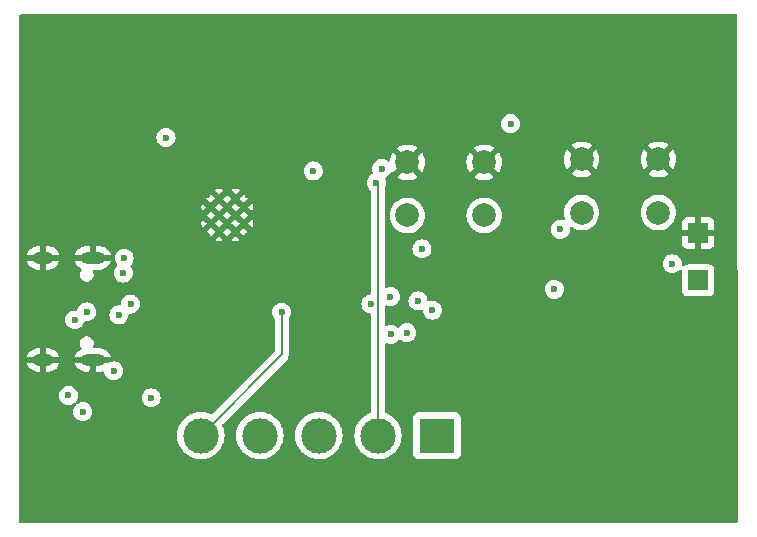
<source format=gbr>
%TF.GenerationSoftware,KiCad,Pcbnew,8.0.5*%
%TF.CreationDate,2024-11-05T12:43:32-08:00*%
%TF.ProjectId,PCB Board and Schematic,50434220-426f-4617-9264-20616e642053,rev?*%
%TF.SameCoordinates,Original*%
%TF.FileFunction,Copper,L3,Inr*%
%TF.FilePolarity,Positive*%
%FSLAX46Y46*%
G04 Gerber Fmt 4.6, Leading zero omitted, Abs format (unit mm)*
G04 Created by KiCad (PCBNEW 8.0.5) date 2024-11-05 12:43:32*
%MOMM*%
%LPD*%
G01*
G04 APERTURE LIST*
%TA.AperFunction,ComponentPad*%
%ADD10R,3.000000X3.000000*%
%TD*%
%TA.AperFunction,ComponentPad*%
%ADD11C,3.000000*%
%TD*%
%TA.AperFunction,ComponentPad*%
%ADD12C,2.000000*%
%TD*%
%TA.AperFunction,ComponentPad*%
%ADD13R,1.700000X1.700000*%
%TD*%
%TA.AperFunction,ComponentPad*%
%ADD14O,2.100000X1.000000*%
%TD*%
%TA.AperFunction,ComponentPad*%
%ADD15O,1.800000X1.000000*%
%TD*%
%TA.AperFunction,HeatsinkPad*%
%ADD16C,0.600000*%
%TD*%
%TA.AperFunction,ViaPad*%
%ADD17C,0.600000*%
%TD*%
%TA.AperFunction,Conductor*%
%ADD18C,0.200000*%
%TD*%
G04 APERTURE END LIST*
D10*
%TO.N,17*%
%TO.C,J4*%
X136007500Y-78132500D03*
D11*
%TO.N,18*%
X131007500Y-78132500D03*
%TO.N,19*%
X126007500Y-78132500D03*
%TO.N,20*%
X121007500Y-78132500D03*
%TO.N,21*%
X116007500Y-78132500D03*
%TD*%
D12*
%TO.N,VBat-*%
%TO.C,SW1*%
X133500000Y-55000000D03*
X140000000Y-55000000D03*
%TO.N,GIPOO*%
X133500000Y-59500000D03*
X140000000Y-59500000D03*
%TD*%
D13*
%TO.N,VBat+*%
%TO.C,J2*%
X158125000Y-65000000D03*
%TD*%
D12*
%TO.N,VBat-*%
%TO.C,SW3*%
X148250000Y-54750000D03*
X154750000Y-54750000D03*
%TO.N,CHIP_UP*%
X148250000Y-59250000D03*
X154750000Y-59250000D03*
%TD*%
D13*
%TO.N,VBat-*%
%TO.C,J3*%
X158125000Y-61000000D03*
%TD*%
D14*
%TO.N,VBat-*%
%TO.C,J1*%
X106850000Y-63095000D03*
D15*
X102670000Y-63095000D03*
D14*
X106850000Y-71735000D03*
D15*
X102670000Y-71735000D03*
%TD*%
D16*
%TO.N,VBat-*%
%TO.C,U1*%
X116850000Y-58770000D03*
X116850000Y-60170000D03*
X117550000Y-58070000D03*
X117550000Y-59470000D03*
X117550000Y-60870000D03*
X118250000Y-58770000D03*
X118250000Y-60170000D03*
X118950000Y-58070000D03*
X118950000Y-59470000D03*
X118950000Y-60870000D03*
X119650000Y-58770000D03*
X119650000Y-60170000D03*
%TD*%
D17*
%TO.N,VBat-*%
X132941573Y-66970320D03*
X106780000Y-72820000D03*
X153950000Y-65610000D03*
X145680000Y-56700000D03*
X105850000Y-57200000D03*
X153500000Y-55950000D03*
X108250000Y-75600000D03*
X104700000Y-78150000D03*
X153990000Y-67590000D03*
X106850000Y-61580000D03*
X102590000Y-61580000D03*
X102724265Y-76125735D03*
X154140000Y-71110000D03*
X156270000Y-60950000D03*
X105990000Y-73720000D03*
X149450000Y-53500000D03*
X102670000Y-70770000D03*
X158660000Y-54820000D03*
X154070000Y-69400000D03*
X130020000Y-51730000D03*
X134780000Y-53690000D03*
X148280000Y-71970000D03*
X105320000Y-51220000D03*
X105490000Y-53730000D03*
X132771614Y-68600000D03*
X153870000Y-63770000D03*
X142840000Y-60860000D03*
X141700000Y-56500000D03*
%TO.N,CHIP_UP*%
X146440000Y-60680000D03*
X125530000Y-55730000D03*
%TO.N,VCC_3V3*%
X113060000Y-52900000D03*
X142230000Y-51730000D03*
%TO.N,VCC_5V*%
X145940000Y-65750000D03*
X108620000Y-72650000D03*
X135620000Y-67520000D03*
X130407500Y-66990000D03*
%TO.N,VBat+*%
X155930000Y-63590000D03*
X134730000Y-62320000D03*
%TO.N,D+*%
X105330000Y-68340000D03*
X104799999Y-74738259D03*
X106341865Y-67656607D03*
%TO.N,D-*%
X110054265Y-66995735D03*
X109070000Y-67920000D03*
%TO.N,CC2*%
X111800000Y-74940000D03*
X106010000Y-76110000D03*
%TO.N,Net-(U3-STAT)*%
X134390000Y-66730000D03*
X133450000Y-69420000D03*
%TO.N,Net-(U3-PROG)*%
X132060000Y-66360000D03*
X132100000Y-69560000D03*
%TO.N,17*%
X131310000Y-55540000D03*
%TO.N,20*%
X109450000Y-64370000D03*
%TO.N,21*%
X122840000Y-67700000D03*
%TO.N,19*%
X109510000Y-63130000D03*
%TO.N,18*%
X130860000Y-56720000D03*
%TD*%
D18*
%TO.N,21*%
X116007500Y-78132500D02*
X122870000Y-71270000D01*
X122870000Y-71270000D02*
X122870000Y-67730000D01*
X122870000Y-67730000D02*
X122840000Y-67700000D01*
%TO.N,18*%
X131007500Y-56867500D02*
X130860000Y-56720000D01*
X131007500Y-78132500D02*
X131007500Y-56867500D01*
%TD*%
%TA.AperFunction,Conductor*%
%TO.N,VBat-*%
G36*
X161372930Y-42480365D02*
G01*
X161418702Y-42533154D01*
X161429924Y-42584618D01*
X161459074Y-85385718D01*
X161439435Y-85452770D01*
X161386662Y-85498561D01*
X161335134Y-85509802D01*
X100754560Y-85539196D01*
X100687511Y-85519544D01*
X100641731Y-85466762D01*
X100630500Y-85415196D01*
X100630500Y-78132498D01*
X114001890Y-78132498D01*
X114001890Y-78132501D01*
X114022304Y-78417933D01*
X114083128Y-78697537D01*
X114183135Y-78965666D01*
X114320270Y-79216809D01*
X114320275Y-79216817D01*
X114491754Y-79445887D01*
X114491770Y-79445905D01*
X114694094Y-79648229D01*
X114694112Y-79648245D01*
X114923182Y-79819724D01*
X114923190Y-79819729D01*
X115174333Y-79956864D01*
X115174332Y-79956864D01*
X115174336Y-79956865D01*
X115174339Y-79956867D01*
X115442454Y-80056869D01*
X115442460Y-80056870D01*
X115442462Y-80056871D01*
X115722066Y-80117695D01*
X115722068Y-80117695D01*
X115722072Y-80117696D01*
X115975720Y-80135837D01*
X116007499Y-80138110D01*
X116007500Y-80138110D01*
X116007501Y-80138110D01*
X116036095Y-80136064D01*
X116292928Y-80117696D01*
X116483242Y-80076296D01*
X116572537Y-80056871D01*
X116572537Y-80056870D01*
X116572546Y-80056869D01*
X116840661Y-79956867D01*
X117091815Y-79819726D01*
X117320895Y-79648239D01*
X117523239Y-79445895D01*
X117694726Y-79216815D01*
X117831867Y-78965661D01*
X117931869Y-78697546D01*
X117992696Y-78417928D01*
X118013110Y-78132500D01*
X118013110Y-78132498D01*
X119001890Y-78132498D01*
X119001890Y-78132501D01*
X119022304Y-78417933D01*
X119083128Y-78697537D01*
X119183135Y-78965666D01*
X119320270Y-79216809D01*
X119320275Y-79216817D01*
X119491754Y-79445887D01*
X119491770Y-79445905D01*
X119694094Y-79648229D01*
X119694112Y-79648245D01*
X119923182Y-79819724D01*
X119923190Y-79819729D01*
X120174333Y-79956864D01*
X120174332Y-79956864D01*
X120174336Y-79956865D01*
X120174339Y-79956867D01*
X120442454Y-80056869D01*
X120442460Y-80056870D01*
X120442462Y-80056871D01*
X120722066Y-80117695D01*
X120722068Y-80117695D01*
X120722072Y-80117696D01*
X120975720Y-80135837D01*
X121007499Y-80138110D01*
X121007500Y-80138110D01*
X121007501Y-80138110D01*
X121036095Y-80136064D01*
X121292928Y-80117696D01*
X121483242Y-80076296D01*
X121572537Y-80056871D01*
X121572537Y-80056870D01*
X121572546Y-80056869D01*
X121840661Y-79956867D01*
X122091815Y-79819726D01*
X122320895Y-79648239D01*
X122523239Y-79445895D01*
X122694726Y-79216815D01*
X122831867Y-78965661D01*
X122931869Y-78697546D01*
X122992696Y-78417928D01*
X123013110Y-78132500D01*
X123013110Y-78132498D01*
X124001890Y-78132498D01*
X124001890Y-78132501D01*
X124022304Y-78417933D01*
X124083128Y-78697537D01*
X124183135Y-78965666D01*
X124320270Y-79216809D01*
X124320275Y-79216817D01*
X124491754Y-79445887D01*
X124491770Y-79445905D01*
X124694094Y-79648229D01*
X124694112Y-79648245D01*
X124923182Y-79819724D01*
X124923190Y-79819729D01*
X125174333Y-79956864D01*
X125174332Y-79956864D01*
X125174336Y-79956865D01*
X125174339Y-79956867D01*
X125442454Y-80056869D01*
X125442460Y-80056870D01*
X125442462Y-80056871D01*
X125722066Y-80117695D01*
X125722068Y-80117695D01*
X125722072Y-80117696D01*
X125975720Y-80135837D01*
X126007499Y-80138110D01*
X126007500Y-80138110D01*
X126007501Y-80138110D01*
X126036095Y-80136064D01*
X126292928Y-80117696D01*
X126483242Y-80076296D01*
X126572537Y-80056871D01*
X126572537Y-80056870D01*
X126572546Y-80056869D01*
X126840661Y-79956867D01*
X127091815Y-79819726D01*
X127320895Y-79648239D01*
X127523239Y-79445895D01*
X127694726Y-79216815D01*
X127831867Y-78965661D01*
X127931869Y-78697546D01*
X127992696Y-78417928D01*
X128013110Y-78132500D01*
X128013110Y-78132498D01*
X129001890Y-78132498D01*
X129001890Y-78132501D01*
X129022304Y-78417933D01*
X129083128Y-78697537D01*
X129183135Y-78965666D01*
X129320270Y-79216809D01*
X129320275Y-79216817D01*
X129491754Y-79445887D01*
X129491770Y-79445905D01*
X129694094Y-79648229D01*
X129694112Y-79648245D01*
X129923182Y-79819724D01*
X129923190Y-79819729D01*
X130174333Y-79956864D01*
X130174332Y-79956864D01*
X130174336Y-79956865D01*
X130174339Y-79956867D01*
X130442454Y-80056869D01*
X130442460Y-80056870D01*
X130442462Y-80056871D01*
X130722066Y-80117695D01*
X130722068Y-80117695D01*
X130722072Y-80117696D01*
X130975720Y-80135837D01*
X131007499Y-80138110D01*
X131007500Y-80138110D01*
X131007501Y-80138110D01*
X131036095Y-80136064D01*
X131292928Y-80117696D01*
X131483242Y-80076296D01*
X131572537Y-80056871D01*
X131572537Y-80056870D01*
X131572546Y-80056869D01*
X131840661Y-79956867D01*
X132091815Y-79819726D01*
X132320895Y-79648239D01*
X132523239Y-79445895D01*
X132694726Y-79216815D01*
X132831867Y-78965661D01*
X132931869Y-78697546D01*
X132992696Y-78417928D01*
X133013110Y-78132500D01*
X132992696Y-77847072D01*
X132931869Y-77567454D01*
X132831867Y-77299339D01*
X132781724Y-77207510D01*
X132694729Y-77048190D01*
X132694724Y-77048182D01*
X132523245Y-76819112D01*
X132523229Y-76819094D01*
X132320905Y-76616770D01*
X132320887Y-76616754D01*
X132277981Y-76584635D01*
X134007000Y-76584635D01*
X134007000Y-79680370D01*
X134007001Y-79680376D01*
X134013408Y-79739983D01*
X134063702Y-79874828D01*
X134063706Y-79874835D01*
X134149952Y-79990044D01*
X134149955Y-79990047D01*
X134265164Y-80076293D01*
X134265171Y-80076297D01*
X134400017Y-80126591D01*
X134400016Y-80126591D01*
X134406944Y-80127335D01*
X134459627Y-80133000D01*
X137555372Y-80132999D01*
X137614983Y-80126591D01*
X137749831Y-80076296D01*
X137865046Y-79990046D01*
X137951296Y-79874831D01*
X138001591Y-79739983D01*
X138008000Y-79680373D01*
X138007999Y-76584628D01*
X138001591Y-76525017D01*
X137977163Y-76459523D01*
X137951297Y-76390171D01*
X137951293Y-76390164D01*
X137865047Y-76274955D01*
X137865044Y-76274952D01*
X137749835Y-76188706D01*
X137749828Y-76188702D01*
X137614982Y-76138408D01*
X137614983Y-76138408D01*
X137555383Y-76132001D01*
X137555381Y-76132000D01*
X137555373Y-76132000D01*
X137555364Y-76132000D01*
X134459629Y-76132000D01*
X134459623Y-76132001D01*
X134400016Y-76138408D01*
X134265171Y-76188702D01*
X134265164Y-76188706D01*
X134149955Y-76274952D01*
X134149952Y-76274955D01*
X134063706Y-76390164D01*
X134063702Y-76390171D01*
X134013408Y-76525017D01*
X134007001Y-76584616D01*
X134007001Y-76584623D01*
X134007000Y-76584635D01*
X132277981Y-76584635D01*
X132091817Y-76445275D01*
X132091809Y-76445270D01*
X131840666Y-76308135D01*
X131840654Y-76308130D01*
X131688666Y-76251440D01*
X131632732Y-76209569D01*
X131608316Y-76144104D01*
X131608000Y-76135259D01*
X131608000Y-70410696D01*
X131627685Y-70343657D01*
X131680489Y-70297902D01*
X131749647Y-70287958D01*
X131772955Y-70293654D01*
X131920745Y-70345368D01*
X131920750Y-70345369D01*
X132099996Y-70365565D01*
X132100000Y-70365565D01*
X132100004Y-70365565D01*
X132279249Y-70345369D01*
X132279252Y-70345368D01*
X132279255Y-70345368D01*
X132449522Y-70285789D01*
X132602262Y-70189816D01*
X132729816Y-70062262D01*
X132735982Y-70052447D01*
X132788312Y-70006157D01*
X132857365Y-69995505D01*
X132921215Y-70023877D01*
X132928658Y-70030736D01*
X132947738Y-70049816D01*
X133100478Y-70145789D01*
X133226297Y-70189815D01*
X133270745Y-70205368D01*
X133270750Y-70205369D01*
X133449996Y-70225565D01*
X133450000Y-70225565D01*
X133450004Y-70225565D01*
X133629249Y-70205369D01*
X133629252Y-70205368D01*
X133629255Y-70205368D01*
X133799522Y-70145789D01*
X133952262Y-70049816D01*
X134079816Y-69922262D01*
X134175789Y-69769522D01*
X134235368Y-69599255D01*
X134255565Y-69420000D01*
X134235368Y-69240745D01*
X134175789Y-69070478D01*
X134168983Y-69059647D01*
X134087636Y-68930184D01*
X134079816Y-68917738D01*
X133952262Y-68790184D01*
X133849422Y-68725565D01*
X133799523Y-68694211D01*
X133629254Y-68634631D01*
X133629249Y-68634630D01*
X133450004Y-68614435D01*
X133449996Y-68614435D01*
X133270750Y-68634630D01*
X133270745Y-68634631D01*
X133100476Y-68694211D01*
X132947737Y-68790184D01*
X132820182Y-68917739D01*
X132820177Y-68917745D01*
X132814010Y-68927560D01*
X132761673Y-68973848D01*
X132692618Y-68984491D01*
X132628772Y-68956112D01*
X132621340Y-68949262D01*
X132602262Y-68930184D01*
X132449523Y-68834211D01*
X132279254Y-68774631D01*
X132279249Y-68774630D01*
X132100004Y-68754435D01*
X132099996Y-68754435D01*
X131920750Y-68774630D01*
X131920745Y-68774631D01*
X131772955Y-68826346D01*
X131703176Y-68829907D01*
X131642548Y-68795178D01*
X131610321Y-68733185D01*
X131608000Y-68709304D01*
X131608000Y-67224692D01*
X131627685Y-67157653D01*
X131680489Y-67111898D01*
X131749647Y-67101954D01*
X131772955Y-67107651D01*
X131880737Y-67145366D01*
X131880743Y-67145367D01*
X131880745Y-67145368D01*
X131880746Y-67145368D01*
X131880750Y-67145369D01*
X132059996Y-67165565D01*
X132060000Y-67165565D01*
X132060004Y-67165565D01*
X132239249Y-67145369D01*
X132239252Y-67145368D01*
X132239255Y-67145368D01*
X132409522Y-67085789D01*
X132562262Y-66989816D01*
X132689816Y-66862262D01*
X132772924Y-66729996D01*
X133584435Y-66729996D01*
X133584435Y-66730003D01*
X133604630Y-66909249D01*
X133604631Y-66909254D01*
X133664211Y-67079523D01*
X133736275Y-67194211D01*
X133760184Y-67232262D01*
X133887738Y-67359816D01*
X134040478Y-67455789D01*
X134122135Y-67484362D01*
X134210745Y-67515368D01*
X134210750Y-67515369D01*
X134389996Y-67535565D01*
X134390000Y-67535565D01*
X134390004Y-67535565D01*
X134569249Y-67515369D01*
X134569251Y-67515368D01*
X134569255Y-67515368D01*
X134569258Y-67515366D01*
X134569262Y-67515366D01*
X134657867Y-67484362D01*
X134727646Y-67480800D01*
X134788273Y-67515528D01*
X134820501Y-67577522D01*
X134822042Y-67587520D01*
X134834630Y-67699249D01*
X134834631Y-67699254D01*
X134894211Y-67869523D01*
X134970213Y-67990478D01*
X134990184Y-68022262D01*
X135117738Y-68149816D01*
X135270478Y-68245789D01*
X135387058Y-68286582D01*
X135440745Y-68305368D01*
X135440750Y-68305369D01*
X135619996Y-68325565D01*
X135620000Y-68325565D01*
X135620004Y-68325565D01*
X135799249Y-68305369D01*
X135799252Y-68305368D01*
X135799255Y-68305368D01*
X135969522Y-68245789D01*
X136122262Y-68149816D01*
X136249816Y-68022262D01*
X136345789Y-67869522D01*
X136405368Y-67699255D01*
X136410173Y-67656610D01*
X136425565Y-67520003D01*
X136425565Y-67519996D01*
X136405369Y-67340750D01*
X136405368Y-67340745D01*
X136364759Y-67224692D01*
X136345789Y-67170478D01*
X136335651Y-67154344D01*
X136249815Y-67017737D01*
X136122262Y-66890184D01*
X135969523Y-66794211D01*
X135799254Y-66734631D01*
X135799249Y-66734630D01*
X135620004Y-66714435D01*
X135619996Y-66714435D01*
X135440750Y-66734630D01*
X135440739Y-66734633D01*
X135352130Y-66765638D01*
X135282352Y-66769199D01*
X135221725Y-66734470D01*
X135189498Y-66672476D01*
X135187957Y-66662478D01*
X135186124Y-66646213D01*
X135175368Y-66550745D01*
X135115789Y-66380478D01*
X135115372Y-66379815D01*
X135046337Y-66269946D01*
X135019816Y-66227738D01*
X134892262Y-66100184D01*
X134879759Y-66092328D01*
X134739523Y-66004211D01*
X134569254Y-65944631D01*
X134569249Y-65944630D01*
X134390004Y-65924435D01*
X134389996Y-65924435D01*
X134210750Y-65944630D01*
X134210745Y-65944631D01*
X134040476Y-66004211D01*
X133887737Y-66100184D01*
X133760184Y-66227737D01*
X133664211Y-66380476D01*
X133604631Y-66550745D01*
X133604630Y-66550750D01*
X133584435Y-66729996D01*
X132772924Y-66729996D01*
X132785789Y-66709522D01*
X132845368Y-66539255D01*
X132845806Y-66535368D01*
X132865565Y-66360003D01*
X132865565Y-66359996D01*
X132845369Y-66180750D01*
X132845368Y-66180745D01*
X132814432Y-66092335D01*
X132785789Y-66010478D01*
X132689816Y-65857738D01*
X132582074Y-65749996D01*
X145134435Y-65749996D01*
X145134435Y-65750003D01*
X145154630Y-65929249D01*
X145154631Y-65929254D01*
X145214211Y-66099523D01*
X145310184Y-66252262D01*
X145437738Y-66379816D01*
X145590478Y-66475789D01*
X145760745Y-66535368D01*
X145760750Y-66535369D01*
X145939996Y-66555565D01*
X145940000Y-66555565D01*
X145940004Y-66555565D01*
X146119249Y-66535369D01*
X146119252Y-66535368D01*
X146119255Y-66535368D01*
X146289522Y-66475789D01*
X146442262Y-66379816D01*
X146569816Y-66252262D01*
X146665789Y-66099522D01*
X146725368Y-65929255D01*
X146728904Y-65897872D01*
X146745565Y-65750003D01*
X146745565Y-65749996D01*
X146725369Y-65570750D01*
X146725368Y-65570745D01*
X146665788Y-65400476D01*
X146569815Y-65247737D01*
X146442262Y-65120184D01*
X146289523Y-65024211D01*
X146119254Y-64964631D01*
X146119249Y-64964630D01*
X145940004Y-64944435D01*
X145939996Y-64944435D01*
X145760750Y-64964630D01*
X145760745Y-64964631D01*
X145590476Y-65024211D01*
X145437737Y-65120184D01*
X145310184Y-65247737D01*
X145214211Y-65400476D01*
X145154631Y-65570745D01*
X145154630Y-65570750D01*
X145134435Y-65749996D01*
X132582074Y-65749996D01*
X132562262Y-65730184D01*
X132512000Y-65698602D01*
X132409523Y-65634211D01*
X132239254Y-65574631D01*
X132239249Y-65574630D01*
X132060004Y-65554435D01*
X132059996Y-65554435D01*
X131880750Y-65574630D01*
X131880742Y-65574632D01*
X131772954Y-65612349D01*
X131703175Y-65615910D01*
X131642548Y-65581181D01*
X131610321Y-65519188D01*
X131608000Y-65495307D01*
X131608000Y-63589996D01*
X155124435Y-63589996D01*
X155124435Y-63590003D01*
X155144630Y-63769249D01*
X155144631Y-63769254D01*
X155204211Y-63939523D01*
X155298296Y-64089258D01*
X155300184Y-64092262D01*
X155427738Y-64219816D01*
X155427740Y-64219817D01*
X155559909Y-64302865D01*
X155580478Y-64315789D01*
X155735393Y-64369996D01*
X155750745Y-64375368D01*
X155750750Y-64375369D01*
X155929996Y-64395565D01*
X155930000Y-64395565D01*
X155930004Y-64395565D01*
X156109249Y-64375369D01*
X156109252Y-64375368D01*
X156109255Y-64375368D01*
X156279522Y-64315789D01*
X156432262Y-64219816D01*
X156559816Y-64092262D01*
X156559819Y-64092256D01*
X156562818Y-64089258D01*
X156624141Y-64055773D01*
X156693833Y-64060757D01*
X156749767Y-64102628D01*
X156774184Y-64168092D01*
X156774500Y-64176939D01*
X156774500Y-65897870D01*
X156774501Y-65897876D01*
X156780908Y-65957483D01*
X156831202Y-66092328D01*
X156831206Y-66092335D01*
X156917452Y-66207544D01*
X156917455Y-66207547D01*
X157032664Y-66293793D01*
X157032671Y-66293797D01*
X157167517Y-66344091D01*
X157167516Y-66344091D01*
X157174444Y-66344835D01*
X157227127Y-66350500D01*
X159022872Y-66350499D01*
X159082483Y-66344091D01*
X159217331Y-66293796D01*
X159332546Y-66207546D01*
X159418796Y-66092331D01*
X159469091Y-65957483D01*
X159475500Y-65897873D01*
X159475499Y-64102128D01*
X159469091Y-64042517D01*
X159464038Y-64028970D01*
X159418797Y-63907671D01*
X159418793Y-63907664D01*
X159332547Y-63792455D01*
X159332544Y-63792452D01*
X159217335Y-63706206D01*
X159217328Y-63706202D01*
X159082482Y-63655908D01*
X159082483Y-63655908D01*
X159022883Y-63649501D01*
X159022881Y-63649500D01*
X159022873Y-63649500D01*
X159022864Y-63649500D01*
X157227129Y-63649500D01*
X157227123Y-63649501D01*
X157167516Y-63655908D01*
X157032671Y-63706202D01*
X157032669Y-63706204D01*
X156923548Y-63787892D01*
X156858084Y-63812309D01*
X156789811Y-63797458D01*
X156740405Y-63748053D01*
X156725553Y-63679780D01*
X156726017Y-63674741D01*
X156735565Y-63590002D01*
X156735565Y-63589996D01*
X156715369Y-63410750D01*
X156715368Y-63410745D01*
X156655788Y-63240476D01*
X156570894Y-63105369D01*
X156559816Y-63087738D01*
X156432262Y-62960184D01*
X156417240Y-62950745D01*
X156279523Y-62864211D01*
X156109254Y-62804631D01*
X156109249Y-62804630D01*
X155930004Y-62784435D01*
X155929996Y-62784435D01*
X155750750Y-62804630D01*
X155750745Y-62804631D01*
X155580476Y-62864211D01*
X155427737Y-62960184D01*
X155300184Y-63087737D01*
X155204211Y-63240476D01*
X155144631Y-63410745D01*
X155144630Y-63410750D01*
X155124435Y-63589996D01*
X131608000Y-63589996D01*
X131608000Y-62319996D01*
X133924435Y-62319996D01*
X133924435Y-62320003D01*
X133944630Y-62499249D01*
X133944631Y-62499254D01*
X134004211Y-62669523D01*
X134073928Y-62780476D01*
X134100184Y-62822262D01*
X134227738Y-62949816D01*
X134380478Y-63045789D01*
X134550745Y-63105368D01*
X134550750Y-63105369D01*
X134729996Y-63125565D01*
X134730000Y-63125565D01*
X134730004Y-63125565D01*
X134909249Y-63105369D01*
X134909252Y-63105368D01*
X134909255Y-63105368D01*
X135079522Y-63045789D01*
X135232262Y-62949816D01*
X135359816Y-62822262D01*
X135455789Y-62669522D01*
X135515368Y-62499255D01*
X135515369Y-62499249D01*
X135535565Y-62320003D01*
X135535565Y-62319996D01*
X135515369Y-62140750D01*
X135515368Y-62140745D01*
X135455788Y-61970476D01*
X135359815Y-61817737D01*
X135232262Y-61690184D01*
X135079523Y-61594211D01*
X134909254Y-61534631D01*
X134909249Y-61534630D01*
X134730004Y-61514435D01*
X134729996Y-61514435D01*
X134550750Y-61534630D01*
X134550745Y-61534631D01*
X134380476Y-61594211D01*
X134227737Y-61690184D01*
X134100184Y-61817737D01*
X134004211Y-61970476D01*
X133944631Y-62140745D01*
X133944630Y-62140750D01*
X133924435Y-62319996D01*
X131608000Y-62319996D01*
X131608000Y-59499994D01*
X131994357Y-59499994D01*
X131994357Y-59500005D01*
X132014890Y-59747812D01*
X132014892Y-59747824D01*
X132075936Y-59988881D01*
X132175826Y-60216606D01*
X132311833Y-60424782D01*
X132311836Y-60424785D01*
X132480256Y-60607738D01*
X132676491Y-60760474D01*
X132895190Y-60878828D01*
X133034476Y-60926645D01*
X133123412Y-60957177D01*
X133130386Y-60959571D01*
X133375665Y-61000500D01*
X133624335Y-61000500D01*
X133869614Y-60959571D01*
X134104810Y-60878828D01*
X134323509Y-60760474D01*
X134519744Y-60607738D01*
X134688164Y-60424785D01*
X134824173Y-60216607D01*
X134924063Y-59988881D01*
X134985108Y-59747821D01*
X134992683Y-59656403D01*
X135005643Y-59500005D01*
X135005643Y-59499994D01*
X138494357Y-59499994D01*
X138494357Y-59500005D01*
X138514890Y-59747812D01*
X138514892Y-59747824D01*
X138575936Y-59988881D01*
X138675826Y-60216606D01*
X138811833Y-60424782D01*
X138811836Y-60424785D01*
X138980256Y-60607738D01*
X139176491Y-60760474D01*
X139395190Y-60878828D01*
X139534476Y-60926645D01*
X139623412Y-60957177D01*
X139630386Y-60959571D01*
X139875665Y-61000500D01*
X140124335Y-61000500D01*
X140369614Y-60959571D01*
X140604810Y-60878828D01*
X140823509Y-60760474D01*
X140926907Y-60679996D01*
X145634435Y-60679996D01*
X145634435Y-60680003D01*
X145654630Y-60859249D01*
X145654631Y-60859254D01*
X145714211Y-61029523D01*
X145726046Y-61048358D01*
X145810184Y-61182262D01*
X145937738Y-61309816D01*
X146090478Y-61405789D01*
X146260745Y-61465368D01*
X146260750Y-61465369D01*
X146439996Y-61485565D01*
X146440000Y-61485565D01*
X146440004Y-61485565D01*
X146619249Y-61465369D01*
X146619252Y-61465368D01*
X146619255Y-61465368D01*
X146789522Y-61405789D01*
X146942262Y-61309816D01*
X147069816Y-61182262D01*
X147165789Y-61029522D01*
X147225368Y-60859255D01*
X147225369Y-60859249D01*
X147245565Y-60680003D01*
X147245565Y-60679998D01*
X147240060Y-60631144D01*
X147252114Y-60562322D01*
X147299463Y-60510942D01*
X147367073Y-60493317D01*
X147422298Y-60508204D01*
X147426487Y-60510471D01*
X147426491Y-60510474D01*
X147645190Y-60628828D01*
X147880386Y-60709571D01*
X148125665Y-60750500D01*
X148374335Y-60750500D01*
X148619614Y-60709571D01*
X148854810Y-60628828D01*
X149073509Y-60510474D01*
X149269744Y-60357738D01*
X149438164Y-60174785D01*
X149574173Y-59966607D01*
X149674063Y-59738881D01*
X149735108Y-59497821D01*
X149735765Y-59489891D01*
X149755643Y-59250005D01*
X149755643Y-59249994D01*
X153244357Y-59249994D01*
X153244357Y-59250005D01*
X153264890Y-59497812D01*
X153264892Y-59497824D01*
X153325936Y-59738881D01*
X153425826Y-59966606D01*
X153561833Y-60174782D01*
X153564554Y-60177738D01*
X153730256Y-60357738D01*
X153926491Y-60510474D01*
X153942809Y-60519305D01*
X154072174Y-60589314D01*
X154145190Y-60628828D01*
X154380386Y-60709571D01*
X154625665Y-60750500D01*
X154874335Y-60750500D01*
X155119614Y-60709571D01*
X155354810Y-60628828D01*
X155573509Y-60510474D01*
X155769744Y-60357738D01*
X155938164Y-60174785D01*
X155985615Y-60102155D01*
X156775000Y-60102155D01*
X156775000Y-60750000D01*
X157691988Y-60750000D01*
X157659075Y-60807007D01*
X157625000Y-60934174D01*
X157625000Y-61065826D01*
X157659075Y-61192993D01*
X157691988Y-61250000D01*
X156775000Y-61250000D01*
X156775000Y-61897844D01*
X156781401Y-61957372D01*
X156781403Y-61957379D01*
X156831645Y-62092086D01*
X156831649Y-62092093D01*
X156917809Y-62207187D01*
X156917812Y-62207190D01*
X157032906Y-62293350D01*
X157032913Y-62293354D01*
X157167620Y-62343596D01*
X157167627Y-62343598D01*
X157227155Y-62349999D01*
X157227172Y-62350000D01*
X157875000Y-62350000D01*
X157875000Y-61433012D01*
X157932007Y-61465925D01*
X158059174Y-61500000D01*
X158190826Y-61500000D01*
X158317993Y-61465925D01*
X158375000Y-61433012D01*
X158375000Y-62350000D01*
X159022828Y-62350000D01*
X159022844Y-62349999D01*
X159082372Y-62343598D01*
X159082379Y-62343596D01*
X159217086Y-62293354D01*
X159217093Y-62293350D01*
X159332187Y-62207190D01*
X159332190Y-62207187D01*
X159418350Y-62092093D01*
X159418354Y-62092086D01*
X159468596Y-61957379D01*
X159468598Y-61957372D01*
X159474999Y-61897844D01*
X159475000Y-61897827D01*
X159475000Y-61250000D01*
X158558012Y-61250000D01*
X158590925Y-61192993D01*
X158625000Y-61065826D01*
X158625000Y-60934174D01*
X158590925Y-60807007D01*
X158558012Y-60750000D01*
X159475000Y-60750000D01*
X159475000Y-60102172D01*
X159474999Y-60102155D01*
X159468598Y-60042627D01*
X159468596Y-60042620D01*
X159418354Y-59907913D01*
X159418350Y-59907906D01*
X159332190Y-59792812D01*
X159332187Y-59792809D01*
X159217093Y-59706649D01*
X159217086Y-59706645D01*
X159082379Y-59656403D01*
X159082372Y-59656401D01*
X159022844Y-59650000D01*
X158375000Y-59650000D01*
X158375000Y-60566988D01*
X158317993Y-60534075D01*
X158190826Y-60500000D01*
X158059174Y-60500000D01*
X157932007Y-60534075D01*
X157875000Y-60566988D01*
X157875000Y-59650000D01*
X157227155Y-59650000D01*
X157167627Y-59656401D01*
X157167620Y-59656403D01*
X157032913Y-59706645D01*
X157032906Y-59706649D01*
X156917812Y-59792809D01*
X156917809Y-59792812D01*
X156831649Y-59907906D01*
X156831645Y-59907913D01*
X156781403Y-60042620D01*
X156781401Y-60042627D01*
X156775000Y-60102155D01*
X155985615Y-60102155D01*
X156074173Y-59966607D01*
X156174063Y-59738881D01*
X156235108Y-59497821D01*
X156235765Y-59489891D01*
X156255643Y-59250005D01*
X156255643Y-59249994D01*
X156235109Y-59002187D01*
X156235107Y-59002175D01*
X156174063Y-58761118D01*
X156074173Y-58533393D01*
X155938166Y-58325217D01*
X155916557Y-58301744D01*
X155769744Y-58142262D01*
X155573509Y-57989526D01*
X155573507Y-57989525D01*
X155573506Y-57989524D01*
X155354811Y-57871172D01*
X155354802Y-57871169D01*
X155119616Y-57790429D01*
X154874335Y-57749500D01*
X154625665Y-57749500D01*
X154380383Y-57790429D01*
X154145197Y-57871169D01*
X154145188Y-57871172D01*
X153926493Y-57989524D01*
X153730257Y-58142261D01*
X153561833Y-58325217D01*
X153425826Y-58533393D01*
X153325936Y-58761118D01*
X153264892Y-59002175D01*
X153264890Y-59002187D01*
X153244357Y-59249994D01*
X149755643Y-59249994D01*
X149735109Y-59002187D01*
X149735107Y-59002175D01*
X149674063Y-58761118D01*
X149574173Y-58533393D01*
X149438166Y-58325217D01*
X149416557Y-58301744D01*
X149269744Y-58142262D01*
X149073509Y-57989526D01*
X149073507Y-57989525D01*
X149073506Y-57989524D01*
X148854811Y-57871172D01*
X148854802Y-57871169D01*
X148619616Y-57790429D01*
X148374335Y-57749500D01*
X148125665Y-57749500D01*
X147880383Y-57790429D01*
X147645197Y-57871169D01*
X147645188Y-57871172D01*
X147426493Y-57989524D01*
X147230257Y-58142261D01*
X147061833Y-58325217D01*
X146925826Y-58533393D01*
X146825936Y-58761118D01*
X146764892Y-59002175D01*
X146764890Y-59002187D01*
X146744357Y-59249994D01*
X146744357Y-59250005D01*
X146764890Y-59497812D01*
X146764892Y-59497824D01*
X146825937Y-59738881D01*
X146829643Y-59747330D01*
X146838547Y-59816630D01*
X146808571Y-59879743D01*
X146749232Y-59916630D01*
X146679370Y-59915581D01*
X146675134Y-59914184D01*
X146619257Y-59894632D01*
X146619249Y-59894630D01*
X146440004Y-59874435D01*
X146439996Y-59874435D01*
X146260750Y-59894630D01*
X146260745Y-59894631D01*
X146090476Y-59954211D01*
X145937737Y-60050184D01*
X145810184Y-60177737D01*
X145714211Y-60330476D01*
X145654631Y-60500745D01*
X145654630Y-60500750D01*
X145634435Y-60679996D01*
X140926907Y-60679996D01*
X141019744Y-60607738D01*
X141188164Y-60424785D01*
X141324173Y-60216607D01*
X141424063Y-59988881D01*
X141485108Y-59747821D01*
X141492683Y-59656403D01*
X141505643Y-59500005D01*
X141505643Y-59499994D01*
X141485109Y-59252187D01*
X141485107Y-59252175D01*
X141424063Y-59011118D01*
X141324173Y-58783393D01*
X141188166Y-58575217D01*
X141149664Y-58533393D01*
X141019744Y-58392262D01*
X140823509Y-58239526D01*
X140823507Y-58239525D01*
X140823506Y-58239524D01*
X140604811Y-58121172D01*
X140604802Y-58121169D01*
X140369616Y-58040429D01*
X140124335Y-57999500D01*
X139875665Y-57999500D01*
X139630383Y-58040429D01*
X139395197Y-58121169D01*
X139395188Y-58121172D01*
X139176493Y-58239524D01*
X138980257Y-58392261D01*
X138811833Y-58575217D01*
X138675826Y-58783393D01*
X138575936Y-59011118D01*
X138514892Y-59252175D01*
X138514890Y-59252187D01*
X138494357Y-59499994D01*
X135005643Y-59499994D01*
X134985109Y-59252187D01*
X134985107Y-59252175D01*
X134924063Y-59011118D01*
X134824173Y-58783393D01*
X134688166Y-58575217D01*
X134649664Y-58533393D01*
X134519744Y-58392262D01*
X134323509Y-58239526D01*
X134323507Y-58239525D01*
X134323506Y-58239524D01*
X134104811Y-58121172D01*
X134104802Y-58121169D01*
X133869616Y-58040429D01*
X133624335Y-57999500D01*
X133375665Y-57999500D01*
X133130383Y-58040429D01*
X132895197Y-58121169D01*
X132895188Y-58121172D01*
X132676493Y-58239524D01*
X132480257Y-58392261D01*
X132311833Y-58575217D01*
X132175826Y-58783393D01*
X132075936Y-59011118D01*
X132014892Y-59252175D01*
X132014890Y-59252187D01*
X131994357Y-59499994D01*
X131608000Y-59499994D01*
X131608000Y-57027113D01*
X131614959Y-56986158D01*
X131645368Y-56899255D01*
X131665565Y-56720000D01*
X131645368Y-56540745D01*
X131645367Y-56540743D01*
X131645366Y-56540737D01*
X131601672Y-56415868D01*
X131598110Y-56346089D01*
X131632838Y-56285462D01*
X131654304Y-56270574D01*
X131653626Y-56269494D01*
X131726651Y-56223609D01*
X131812262Y-56169816D01*
X131939816Y-56042262D01*
X132035789Y-55889522D01*
X132041091Y-55874369D01*
X132081811Y-55817594D01*
X132146763Y-55791845D01*
X132215325Y-55805300D01*
X132261942Y-55847501D01*
X132276564Y-55869882D01*
X132976212Y-55170234D01*
X132987482Y-55212292D01*
X133059890Y-55337708D01*
X133162292Y-55440110D01*
X133287708Y-55512518D01*
X133329765Y-55523787D01*
X132629942Y-56223609D01*
X132676768Y-56260055D01*
X132676770Y-56260056D01*
X132895385Y-56378364D01*
X132895396Y-56378369D01*
X133130506Y-56459083D01*
X133375707Y-56500000D01*
X133624293Y-56500000D01*
X133869493Y-56459083D01*
X134104603Y-56378369D01*
X134104614Y-56378364D01*
X134323228Y-56260057D01*
X134323231Y-56260055D01*
X134370056Y-56223609D01*
X133670234Y-55523787D01*
X133712292Y-55512518D01*
X133837708Y-55440110D01*
X133940110Y-55337708D01*
X134012518Y-55212292D01*
X134023787Y-55170234D01*
X134723434Y-55869882D01*
X134823731Y-55716369D01*
X134923587Y-55488717D01*
X134984612Y-55247738D01*
X134984614Y-55247729D01*
X135005141Y-55000005D01*
X135005141Y-54999994D01*
X138494859Y-54999994D01*
X138494859Y-55000005D01*
X138515385Y-55247729D01*
X138515387Y-55247738D01*
X138576412Y-55488717D01*
X138676266Y-55716364D01*
X138776564Y-55869882D01*
X139476212Y-55170234D01*
X139487482Y-55212292D01*
X139559890Y-55337708D01*
X139662292Y-55440110D01*
X139787708Y-55512518D01*
X139829765Y-55523787D01*
X139129942Y-56223609D01*
X139176768Y-56260055D01*
X139176770Y-56260056D01*
X139395385Y-56378364D01*
X139395396Y-56378369D01*
X139630506Y-56459083D01*
X139875707Y-56500000D01*
X140124293Y-56500000D01*
X140369493Y-56459083D01*
X140604603Y-56378369D01*
X140604614Y-56378364D01*
X140823228Y-56260057D01*
X140823231Y-56260055D01*
X140870056Y-56223609D01*
X140170234Y-55523787D01*
X140212292Y-55512518D01*
X140337708Y-55440110D01*
X140440110Y-55337708D01*
X140512518Y-55212292D01*
X140523787Y-55170235D01*
X141223434Y-55869882D01*
X141323731Y-55716369D01*
X141423587Y-55488717D01*
X141484612Y-55247738D01*
X141484614Y-55247729D01*
X141505141Y-55000005D01*
X141505141Y-54999994D01*
X141484614Y-54752270D01*
X141484612Y-54752261D01*
X141484038Y-54749994D01*
X146744859Y-54749994D01*
X146744859Y-54750005D01*
X146765385Y-54997729D01*
X146765387Y-54997738D01*
X146826412Y-55238717D01*
X146926266Y-55466364D01*
X147026564Y-55619882D01*
X147726212Y-54920234D01*
X147737482Y-54962292D01*
X147809890Y-55087708D01*
X147912292Y-55190110D01*
X148037708Y-55262518D01*
X148079765Y-55273787D01*
X147379942Y-55973609D01*
X147426768Y-56010055D01*
X147426770Y-56010056D01*
X147645385Y-56128364D01*
X147645396Y-56128369D01*
X147880506Y-56209083D01*
X148125707Y-56250000D01*
X148374293Y-56250000D01*
X148619493Y-56209083D01*
X148854603Y-56128369D01*
X148854614Y-56128364D01*
X149073228Y-56010057D01*
X149073231Y-56010055D01*
X149120056Y-55973609D01*
X148420234Y-55273787D01*
X148462292Y-55262518D01*
X148587708Y-55190110D01*
X148690110Y-55087708D01*
X148762518Y-54962292D01*
X148773787Y-54920235D01*
X149473434Y-55619882D01*
X149573731Y-55466369D01*
X149673587Y-55238717D01*
X149734612Y-54997738D01*
X149734614Y-54997729D01*
X149755141Y-54750005D01*
X149755141Y-54749994D01*
X153244859Y-54749994D01*
X153244859Y-54750005D01*
X153265385Y-54997729D01*
X153265387Y-54997738D01*
X153326412Y-55238717D01*
X153426266Y-55466364D01*
X153526564Y-55619882D01*
X154226212Y-54920234D01*
X154237482Y-54962292D01*
X154309890Y-55087708D01*
X154412292Y-55190110D01*
X154537708Y-55262518D01*
X154579765Y-55273787D01*
X153879942Y-55973609D01*
X153926768Y-56010055D01*
X153926770Y-56010056D01*
X154145385Y-56128364D01*
X154145396Y-56128369D01*
X154380506Y-56209083D01*
X154625707Y-56250000D01*
X154874293Y-56250000D01*
X155119493Y-56209083D01*
X155354603Y-56128369D01*
X155354614Y-56128364D01*
X155573228Y-56010057D01*
X155573231Y-56010055D01*
X155620056Y-55973609D01*
X154920234Y-55273787D01*
X154962292Y-55262518D01*
X155087708Y-55190110D01*
X155190110Y-55087708D01*
X155262518Y-54962292D01*
X155273787Y-54920235D01*
X155973434Y-55619882D01*
X156073731Y-55466369D01*
X156173587Y-55238717D01*
X156234612Y-54997738D01*
X156234614Y-54997729D01*
X156255141Y-54750005D01*
X156255141Y-54749994D01*
X156234614Y-54502270D01*
X156234612Y-54502261D01*
X156173587Y-54261282D01*
X156073731Y-54033630D01*
X155973434Y-53880116D01*
X155273787Y-54579764D01*
X155262518Y-54537708D01*
X155190110Y-54412292D01*
X155087708Y-54309890D01*
X154962292Y-54237482D01*
X154920235Y-54226212D01*
X155620057Y-53526390D01*
X155620056Y-53526389D01*
X155573229Y-53489943D01*
X155354614Y-53371635D01*
X155354603Y-53371630D01*
X155119493Y-53290916D01*
X154874293Y-53250000D01*
X154625707Y-53250000D01*
X154380506Y-53290916D01*
X154145396Y-53371630D01*
X154145390Y-53371632D01*
X153926761Y-53489949D01*
X153879942Y-53526388D01*
X153879942Y-53526390D01*
X154579765Y-54226212D01*
X154537708Y-54237482D01*
X154412292Y-54309890D01*
X154309890Y-54412292D01*
X154237482Y-54537708D01*
X154226212Y-54579764D01*
X153526564Y-53880116D01*
X153426267Y-54033632D01*
X153326412Y-54261282D01*
X153265387Y-54502261D01*
X153265385Y-54502270D01*
X153244859Y-54749994D01*
X149755141Y-54749994D01*
X149734614Y-54502270D01*
X149734612Y-54502261D01*
X149673587Y-54261282D01*
X149573731Y-54033630D01*
X149473434Y-53880116D01*
X148773787Y-54579764D01*
X148762518Y-54537708D01*
X148690110Y-54412292D01*
X148587708Y-54309890D01*
X148462292Y-54237482D01*
X148420235Y-54226212D01*
X149120057Y-53526390D01*
X149120056Y-53526389D01*
X149073229Y-53489943D01*
X148854614Y-53371635D01*
X148854603Y-53371630D01*
X148619493Y-53290916D01*
X148374293Y-53250000D01*
X148125707Y-53250000D01*
X147880506Y-53290916D01*
X147645396Y-53371630D01*
X147645390Y-53371632D01*
X147426761Y-53489949D01*
X147379942Y-53526388D01*
X147379942Y-53526390D01*
X148079765Y-54226212D01*
X148037708Y-54237482D01*
X147912292Y-54309890D01*
X147809890Y-54412292D01*
X147737482Y-54537708D01*
X147726212Y-54579764D01*
X147026564Y-53880116D01*
X146926267Y-54033632D01*
X146826412Y-54261282D01*
X146765387Y-54502261D01*
X146765385Y-54502270D01*
X146744859Y-54749994D01*
X141484038Y-54749994D01*
X141423587Y-54511282D01*
X141323731Y-54283630D01*
X141223434Y-54130116D01*
X140523787Y-54829764D01*
X140512518Y-54787708D01*
X140440110Y-54662292D01*
X140337708Y-54559890D01*
X140212292Y-54487482D01*
X140170235Y-54476212D01*
X140870057Y-53776390D01*
X140870056Y-53776389D01*
X140823229Y-53739943D01*
X140604614Y-53621635D01*
X140604603Y-53621630D01*
X140369493Y-53540916D01*
X140124293Y-53500000D01*
X139875707Y-53500000D01*
X139630506Y-53540916D01*
X139395396Y-53621630D01*
X139395390Y-53621632D01*
X139176761Y-53739949D01*
X139129942Y-53776388D01*
X139129942Y-53776390D01*
X139829765Y-54476212D01*
X139787708Y-54487482D01*
X139662292Y-54559890D01*
X139559890Y-54662292D01*
X139487482Y-54787708D01*
X139476212Y-54829764D01*
X138776564Y-54130116D01*
X138676267Y-54283632D01*
X138576412Y-54511282D01*
X138515387Y-54752261D01*
X138515385Y-54752270D01*
X138494859Y-54999994D01*
X135005141Y-54999994D01*
X134984614Y-54752270D01*
X134984612Y-54752261D01*
X134923587Y-54511282D01*
X134823731Y-54283630D01*
X134723434Y-54130116D01*
X134023787Y-54829764D01*
X134012518Y-54787708D01*
X133940110Y-54662292D01*
X133837708Y-54559890D01*
X133712292Y-54487482D01*
X133670235Y-54476212D01*
X134370057Y-53776390D01*
X134370056Y-53776389D01*
X134323229Y-53739943D01*
X134104614Y-53621635D01*
X134104603Y-53621630D01*
X133869493Y-53540916D01*
X133624293Y-53500000D01*
X133375707Y-53500000D01*
X133130506Y-53540916D01*
X132895396Y-53621630D01*
X132895390Y-53621632D01*
X132676761Y-53739949D01*
X132629942Y-53776388D01*
X132629942Y-53776390D01*
X133329765Y-54476212D01*
X133287708Y-54487482D01*
X133162292Y-54559890D01*
X133059890Y-54662292D01*
X132987482Y-54787708D01*
X132976212Y-54829764D01*
X132276564Y-54130116D01*
X132176267Y-54283632D01*
X132076412Y-54511282D01*
X132015387Y-54752261D01*
X132015385Y-54752269D01*
X132009712Y-54820736D01*
X131984558Y-54885921D01*
X131928156Y-54927158D01*
X131858413Y-54931356D01*
X131819096Y-54912394D01*
X131818158Y-54913889D01*
X131659523Y-54814211D01*
X131489254Y-54754631D01*
X131489249Y-54754630D01*
X131310004Y-54734435D01*
X131309996Y-54734435D01*
X131130750Y-54754630D01*
X131130745Y-54754631D01*
X130960476Y-54814211D01*
X130807737Y-54910184D01*
X130680184Y-55037737D01*
X130584211Y-55190476D01*
X130524631Y-55360745D01*
X130524630Y-55360750D01*
X130504435Y-55539996D01*
X130504435Y-55540003D01*
X130524630Y-55719249D01*
X130524631Y-55719254D01*
X130568328Y-55844131D01*
X130571889Y-55913910D01*
X130537160Y-55974538D01*
X130515703Y-55989439D01*
X130516374Y-55990506D01*
X130357737Y-56090184D01*
X130230184Y-56217737D01*
X130134211Y-56370476D01*
X130074631Y-56540745D01*
X130074630Y-56540750D01*
X130054435Y-56719996D01*
X130054435Y-56720003D01*
X130074630Y-56899249D01*
X130074631Y-56899254D01*
X130134211Y-57069523D01*
X130230184Y-57222262D01*
X130357738Y-57349816D01*
X130357741Y-57349818D01*
X130360313Y-57351869D01*
X130361541Y-57353619D01*
X130362662Y-57354740D01*
X130362465Y-57354936D01*
X130400453Y-57409058D01*
X130407000Y-57448816D01*
X130407000Y-66073677D01*
X130387315Y-66140716D01*
X130334511Y-66186471D01*
X130296884Y-66196897D01*
X130228250Y-66204630D01*
X130057978Y-66264210D01*
X129905237Y-66360184D01*
X129777684Y-66487737D01*
X129681711Y-66640476D01*
X129622131Y-66810745D01*
X129622130Y-66810750D01*
X129601935Y-66989996D01*
X129601935Y-66990003D01*
X129622130Y-67169249D01*
X129622131Y-67169254D01*
X129681711Y-67339523D01*
X129770482Y-67480800D01*
X129777684Y-67492262D01*
X129905238Y-67619816D01*
X129963795Y-67656610D01*
X130049057Y-67710184D01*
X130057978Y-67715789D01*
X130228245Y-67775368D01*
X130296884Y-67783101D01*
X130361296Y-67810166D01*
X130400852Y-67867760D01*
X130407000Y-67906321D01*
X130407000Y-76135259D01*
X130387315Y-76202298D01*
X130334511Y-76248053D01*
X130326334Y-76251440D01*
X130174345Y-76308130D01*
X130174333Y-76308135D01*
X129923190Y-76445270D01*
X129923182Y-76445275D01*
X129694112Y-76616754D01*
X129694094Y-76616770D01*
X129491770Y-76819094D01*
X129491754Y-76819112D01*
X129320275Y-77048182D01*
X129320270Y-77048190D01*
X129183135Y-77299333D01*
X129083128Y-77567462D01*
X129022304Y-77847066D01*
X129001890Y-78132498D01*
X128013110Y-78132498D01*
X127992696Y-77847072D01*
X127931869Y-77567454D01*
X127831867Y-77299339D01*
X127781724Y-77207510D01*
X127694729Y-77048190D01*
X127694724Y-77048182D01*
X127523245Y-76819112D01*
X127523229Y-76819094D01*
X127320905Y-76616770D01*
X127320887Y-76616754D01*
X127091817Y-76445275D01*
X127091809Y-76445270D01*
X126840666Y-76308135D01*
X126840667Y-76308135D01*
X126733415Y-76268132D01*
X126572546Y-76208131D01*
X126572543Y-76208130D01*
X126572537Y-76208128D01*
X126292933Y-76147304D01*
X126007501Y-76126890D01*
X126007499Y-76126890D01*
X125722066Y-76147304D01*
X125442462Y-76208128D01*
X125174333Y-76308135D01*
X124923190Y-76445270D01*
X124923182Y-76445275D01*
X124694112Y-76616754D01*
X124694094Y-76616770D01*
X124491770Y-76819094D01*
X124491754Y-76819112D01*
X124320275Y-77048182D01*
X124320270Y-77048190D01*
X124183135Y-77299333D01*
X124083128Y-77567462D01*
X124022304Y-77847066D01*
X124001890Y-78132498D01*
X123013110Y-78132498D01*
X122992696Y-77847072D01*
X122931869Y-77567454D01*
X122831867Y-77299339D01*
X122781724Y-77207510D01*
X122694729Y-77048190D01*
X122694724Y-77048182D01*
X122523245Y-76819112D01*
X122523229Y-76819094D01*
X122320905Y-76616770D01*
X122320887Y-76616754D01*
X122091817Y-76445275D01*
X122091809Y-76445270D01*
X121840666Y-76308135D01*
X121840667Y-76308135D01*
X121733415Y-76268132D01*
X121572546Y-76208131D01*
X121572543Y-76208130D01*
X121572537Y-76208128D01*
X121292933Y-76147304D01*
X121007501Y-76126890D01*
X121007499Y-76126890D01*
X120722066Y-76147304D01*
X120442462Y-76208128D01*
X120174333Y-76308135D01*
X119923190Y-76445270D01*
X119923182Y-76445275D01*
X119694112Y-76616754D01*
X119694094Y-76616770D01*
X119491770Y-76819094D01*
X119491754Y-76819112D01*
X119320275Y-77048182D01*
X119320270Y-77048190D01*
X119183135Y-77299333D01*
X119083128Y-77567462D01*
X119022304Y-77847066D01*
X119001890Y-78132498D01*
X118013110Y-78132498D01*
X117992696Y-77847072D01*
X117931869Y-77567454D01*
X117831867Y-77299339D01*
X117826209Y-77288978D01*
X117811358Y-77220708D01*
X117835775Y-77155243D01*
X117847354Y-77141879D01*
X123350520Y-71638716D01*
X123429577Y-71501784D01*
X123470501Y-71349057D01*
X123470501Y-71190942D01*
X123470501Y-71183347D01*
X123470500Y-71183329D01*
X123470500Y-68236897D01*
X123489506Y-68170925D01*
X123565789Y-68049522D01*
X123625368Y-67879255D01*
X123626663Y-67867760D01*
X123645565Y-67700003D01*
X123645565Y-67699996D01*
X123625369Y-67520750D01*
X123625368Y-67520745D01*
X123623487Y-67515369D01*
X123565789Y-67350478D01*
X123562508Y-67345257D01*
X123469815Y-67197737D01*
X123342262Y-67070184D01*
X123189523Y-66974211D01*
X123019254Y-66914631D01*
X123019249Y-66914630D01*
X122840004Y-66894435D01*
X122839996Y-66894435D01*
X122660750Y-66914630D01*
X122660745Y-66914631D01*
X122490476Y-66974211D01*
X122337737Y-67070184D01*
X122210184Y-67197737D01*
X122114211Y-67350476D01*
X122054631Y-67520745D01*
X122054630Y-67520750D01*
X122034435Y-67699996D01*
X122034435Y-67700003D01*
X122054630Y-67879249D01*
X122054631Y-67879254D01*
X122114211Y-68049523D01*
X122210184Y-68202262D01*
X122233181Y-68225259D01*
X122266666Y-68286582D01*
X122269500Y-68312940D01*
X122269500Y-70969902D01*
X122249815Y-71036941D01*
X122233181Y-71057583D01*
X116998126Y-76292637D01*
X116936803Y-76326122D01*
X116867111Y-76321138D01*
X116851017Y-76313788D01*
X116840663Y-76308134D01*
X116840662Y-76308133D01*
X116840661Y-76308133D01*
X116572546Y-76208131D01*
X116572543Y-76208130D01*
X116572537Y-76208128D01*
X116292933Y-76147304D01*
X116007501Y-76126890D01*
X116007499Y-76126890D01*
X115722066Y-76147304D01*
X115442462Y-76208128D01*
X115174333Y-76308135D01*
X114923190Y-76445270D01*
X114923182Y-76445275D01*
X114694112Y-76616754D01*
X114694094Y-76616770D01*
X114491770Y-76819094D01*
X114491754Y-76819112D01*
X114320275Y-77048182D01*
X114320270Y-77048190D01*
X114183135Y-77299333D01*
X114083128Y-77567462D01*
X114022304Y-77847066D01*
X114001890Y-78132498D01*
X100630500Y-78132498D01*
X100630500Y-74738255D01*
X103994434Y-74738255D01*
X103994434Y-74738262D01*
X104014629Y-74917508D01*
X104014630Y-74917513D01*
X104074210Y-75087782D01*
X104093986Y-75119255D01*
X104170183Y-75240521D01*
X104297737Y-75368075D01*
X104450477Y-75464048D01*
X104620744Y-75523627D01*
X104620749Y-75523628D01*
X104799995Y-75543824D01*
X104799999Y-75543824D01*
X104800003Y-75543824D01*
X104979248Y-75523628D01*
X104979251Y-75523627D01*
X104979254Y-75523627D01*
X105149521Y-75464048D01*
X105224926Y-75416667D01*
X105292161Y-75397667D01*
X105358997Y-75418034D01*
X105404211Y-75471302D01*
X105413450Y-75540558D01*
X105384500Y-75602275D01*
X105384525Y-75602295D01*
X105384443Y-75602396D01*
X105383779Y-75603814D01*
X105380718Y-75607068D01*
X105380184Y-75607737D01*
X105284211Y-75760476D01*
X105224631Y-75930745D01*
X105224630Y-75930750D01*
X105204435Y-76109996D01*
X105204435Y-76110003D01*
X105224630Y-76289249D01*
X105224631Y-76289254D01*
X105284211Y-76459523D01*
X105325364Y-76525017D01*
X105380184Y-76612262D01*
X105507738Y-76739816D01*
X105598080Y-76796582D01*
X105633936Y-76819112D01*
X105660478Y-76835789D01*
X105830745Y-76895368D01*
X105830750Y-76895369D01*
X106009996Y-76915565D01*
X106010000Y-76915565D01*
X106010004Y-76915565D01*
X106189249Y-76895369D01*
X106189252Y-76895368D01*
X106189255Y-76895368D01*
X106359522Y-76835789D01*
X106512262Y-76739816D01*
X106639816Y-76612262D01*
X106735789Y-76459522D01*
X106795368Y-76289255D01*
X106795369Y-76289249D01*
X106815565Y-76110003D01*
X106815565Y-76109996D01*
X106795369Y-75930750D01*
X106795368Y-75930745D01*
X106735788Y-75760476D01*
X106639815Y-75607737D01*
X106512262Y-75480184D01*
X106359523Y-75384211D01*
X106189254Y-75324631D01*
X106189249Y-75324630D01*
X106010004Y-75304435D01*
X106009996Y-75304435D01*
X105830750Y-75324630D01*
X105830745Y-75324631D01*
X105660476Y-75384211D01*
X105585072Y-75431591D01*
X105517835Y-75450591D01*
X105451000Y-75430223D01*
X105405786Y-75376955D01*
X105396549Y-75307699D01*
X105425497Y-75245982D01*
X105425474Y-75245964D01*
X105425551Y-75245866D01*
X105426220Y-75244442D01*
X105429288Y-75241181D01*
X105429810Y-75240525D01*
X105429815Y-75240521D01*
X105525788Y-75087781D01*
X105577500Y-74939996D01*
X110994435Y-74939996D01*
X110994435Y-74940003D01*
X111014630Y-75119249D01*
X111014631Y-75119254D01*
X111074211Y-75289523D01*
X111162619Y-75430223D01*
X111170184Y-75442262D01*
X111297738Y-75569816D01*
X111450478Y-75665789D01*
X111620745Y-75725368D01*
X111620750Y-75725369D01*
X111799996Y-75745565D01*
X111800000Y-75745565D01*
X111800004Y-75745565D01*
X111979249Y-75725369D01*
X111979252Y-75725368D01*
X111979255Y-75725368D01*
X112149522Y-75665789D01*
X112302262Y-75569816D01*
X112429816Y-75442262D01*
X112525789Y-75289522D01*
X112585368Y-75119255D01*
X112588914Y-75087782D01*
X112605565Y-74940003D01*
X112605565Y-74939996D01*
X112585369Y-74760750D01*
X112585368Y-74760745D01*
X112525788Y-74590476D01*
X112429815Y-74437737D01*
X112302262Y-74310184D01*
X112149523Y-74214211D01*
X111979254Y-74154631D01*
X111979249Y-74154630D01*
X111800004Y-74134435D01*
X111799996Y-74134435D01*
X111620750Y-74154630D01*
X111620745Y-74154631D01*
X111450476Y-74214211D01*
X111297737Y-74310184D01*
X111170184Y-74437737D01*
X111074211Y-74590476D01*
X111014631Y-74760745D01*
X111014630Y-74760750D01*
X110994435Y-74939996D01*
X105577500Y-74939996D01*
X105585367Y-74917514D01*
X105603030Y-74760750D01*
X105605564Y-74738262D01*
X105605564Y-74738255D01*
X105585368Y-74559009D01*
X105585367Y-74559004D01*
X105525787Y-74388735D01*
X105429814Y-74235996D01*
X105302261Y-74108443D01*
X105149522Y-74012470D01*
X104979253Y-73952890D01*
X104979248Y-73952889D01*
X104800003Y-73932694D01*
X104799995Y-73932694D01*
X104620749Y-73952889D01*
X104620744Y-73952890D01*
X104450475Y-74012470D01*
X104297736Y-74108443D01*
X104170183Y-74235996D01*
X104074210Y-74388735D01*
X104014630Y-74559004D01*
X104014629Y-74559009D01*
X103994434Y-74738255D01*
X100630500Y-74738255D01*
X100630500Y-71485000D01*
X101300138Y-71485000D01*
X102103012Y-71485000D01*
X102085795Y-71494940D01*
X102029940Y-71550795D01*
X101990444Y-71619204D01*
X101970000Y-71695504D01*
X101970000Y-71774496D01*
X101990444Y-71850796D01*
X102029940Y-71919205D01*
X102085795Y-71975060D01*
X102103012Y-71985000D01*
X101300138Y-71985000D01*
X101308430Y-72026690D01*
X101308430Y-72026692D01*
X101383807Y-72208671D01*
X101383814Y-72208684D01*
X101493248Y-72372462D01*
X101493251Y-72372466D01*
X101632533Y-72511748D01*
X101632537Y-72511751D01*
X101796315Y-72621185D01*
X101796328Y-72621192D01*
X101978306Y-72696569D01*
X101978318Y-72696572D01*
X102171504Y-72734999D01*
X102171508Y-72735000D01*
X102420000Y-72735000D01*
X102420000Y-72035000D01*
X102920000Y-72035000D01*
X102920000Y-72735000D01*
X103168492Y-72735000D01*
X103168495Y-72734999D01*
X103361681Y-72696572D01*
X103361693Y-72696569D01*
X103543671Y-72621192D01*
X103543684Y-72621185D01*
X103707462Y-72511751D01*
X103707466Y-72511748D01*
X103846748Y-72372466D01*
X103846751Y-72372462D01*
X103956185Y-72208684D01*
X103956192Y-72208671D01*
X104031569Y-72026692D01*
X104031569Y-72026690D01*
X104039862Y-71985000D01*
X103236988Y-71985000D01*
X103254205Y-71975060D01*
X103310060Y-71919205D01*
X103349556Y-71850796D01*
X103370000Y-71774496D01*
X103370000Y-71695504D01*
X103349556Y-71619204D01*
X103310060Y-71550795D01*
X103254205Y-71494940D01*
X103236988Y-71485000D01*
X104039862Y-71485000D01*
X105330138Y-71485000D01*
X106133012Y-71485000D01*
X106115795Y-71494940D01*
X106059940Y-71550795D01*
X106020444Y-71619204D01*
X106000000Y-71695504D01*
X106000000Y-71774496D01*
X106020444Y-71850796D01*
X106059940Y-71919205D01*
X106115795Y-71975060D01*
X106133012Y-71985000D01*
X105330138Y-71985000D01*
X105338430Y-72026690D01*
X105338430Y-72026692D01*
X105413807Y-72208671D01*
X105413814Y-72208684D01*
X105523248Y-72372462D01*
X105523251Y-72372466D01*
X105662533Y-72511748D01*
X105662537Y-72511751D01*
X105826315Y-72621185D01*
X105826328Y-72621192D01*
X106008306Y-72696569D01*
X106008318Y-72696572D01*
X106201504Y-72734999D01*
X106201508Y-72735000D01*
X106600000Y-72735000D01*
X106600000Y-72035000D01*
X107100000Y-72035000D01*
X107100000Y-72735000D01*
X107498492Y-72735000D01*
X107498494Y-72734999D01*
X107684568Y-72697987D01*
X107754159Y-72704214D01*
X107809336Y-72747077D01*
X107831979Y-72805718D01*
X107834631Y-72829251D01*
X107834631Y-72829254D01*
X107894211Y-72999523D01*
X107990184Y-73152262D01*
X108117738Y-73279816D01*
X108270478Y-73375789D01*
X108440745Y-73435368D01*
X108440750Y-73435369D01*
X108619996Y-73455565D01*
X108620000Y-73455565D01*
X108620004Y-73455565D01*
X108799249Y-73435369D01*
X108799252Y-73435368D01*
X108799255Y-73435368D01*
X108969522Y-73375789D01*
X109122262Y-73279816D01*
X109249816Y-73152262D01*
X109345789Y-72999522D01*
X109405368Y-72829255D01*
X109405368Y-72829252D01*
X109405369Y-72829249D01*
X109425565Y-72650003D01*
X109425565Y-72649996D01*
X109405369Y-72470750D01*
X109405368Y-72470745D01*
X109345788Y-72300476D01*
X109249815Y-72147737D01*
X109122262Y-72020184D01*
X108969523Y-71924211D01*
X108799254Y-71864631D01*
X108799249Y-71864630D01*
X108620004Y-71844435D01*
X108619996Y-71844435D01*
X108440750Y-71864630D01*
X108440745Y-71864631D01*
X108270473Y-71924212D01*
X108203981Y-71965993D01*
X108138009Y-71985000D01*
X107566988Y-71985000D01*
X107584205Y-71975060D01*
X107640060Y-71919205D01*
X107679556Y-71850796D01*
X107700000Y-71774496D01*
X107700000Y-71695504D01*
X107679556Y-71619204D01*
X107640060Y-71550795D01*
X107584205Y-71494940D01*
X107566988Y-71485000D01*
X108369862Y-71485000D01*
X108361569Y-71443309D01*
X108361569Y-71443307D01*
X108286192Y-71261328D01*
X108286185Y-71261315D01*
X108176751Y-71097537D01*
X108176748Y-71097533D01*
X108037466Y-70958251D01*
X108037462Y-70958248D01*
X107873684Y-70848814D01*
X107873671Y-70848807D01*
X107691693Y-70773430D01*
X107691681Y-70773427D01*
X107498495Y-70735000D01*
X106981045Y-70735000D01*
X106914006Y-70715315D01*
X106868251Y-70662511D01*
X106858307Y-70593353D01*
X106873658Y-70549000D01*
X106886279Y-70527138D01*
X106886281Y-70527135D01*
X106925500Y-70380766D01*
X106925500Y-70229234D01*
X106886281Y-70082865D01*
X106810515Y-69951635D01*
X106703365Y-69844485D01*
X106637750Y-69806602D01*
X106572136Y-69768719D01*
X106498950Y-69749109D01*
X106425766Y-69729500D01*
X106274234Y-69729500D01*
X106127863Y-69768719D01*
X105996635Y-69844485D01*
X105996632Y-69844487D01*
X105889487Y-69951632D01*
X105889485Y-69951635D01*
X105813719Y-70082863D01*
X105774500Y-70229234D01*
X105774500Y-70380765D01*
X105813719Y-70527136D01*
X105851950Y-70593353D01*
X105889485Y-70658365D01*
X105889486Y-70658366D01*
X105893549Y-70665403D01*
X105891346Y-70666674D01*
X105911959Y-70719983D01*
X105897923Y-70788428D01*
X105849112Y-70838420D01*
X105835845Y-70844866D01*
X105826324Y-70848809D01*
X105826315Y-70848814D01*
X105662537Y-70958248D01*
X105662533Y-70958251D01*
X105523251Y-71097533D01*
X105523248Y-71097537D01*
X105413814Y-71261315D01*
X105413807Y-71261328D01*
X105338430Y-71443307D01*
X105338430Y-71443309D01*
X105330138Y-71485000D01*
X104039862Y-71485000D01*
X104031569Y-71443309D01*
X104031569Y-71443307D01*
X103956192Y-71261328D01*
X103956185Y-71261315D01*
X103846751Y-71097537D01*
X103846748Y-71097533D01*
X103707466Y-70958251D01*
X103707462Y-70958248D01*
X103543684Y-70848814D01*
X103543671Y-70848807D01*
X103361693Y-70773430D01*
X103361681Y-70773427D01*
X103168495Y-70735000D01*
X102920000Y-70735000D01*
X102920000Y-71435000D01*
X102420000Y-71435000D01*
X102420000Y-70735000D01*
X102171504Y-70735000D01*
X101978318Y-70773427D01*
X101978306Y-70773430D01*
X101796328Y-70848807D01*
X101796315Y-70848814D01*
X101632537Y-70958248D01*
X101632533Y-70958251D01*
X101493251Y-71097533D01*
X101493248Y-71097537D01*
X101383814Y-71261315D01*
X101383807Y-71261328D01*
X101308430Y-71443307D01*
X101308430Y-71443309D01*
X101300138Y-71485000D01*
X100630500Y-71485000D01*
X100630500Y-68339996D01*
X104524435Y-68339996D01*
X104524435Y-68340003D01*
X104544630Y-68519249D01*
X104544631Y-68519254D01*
X104604211Y-68689523D01*
X104657689Y-68774632D01*
X104700184Y-68842262D01*
X104827738Y-68969816D01*
X104980478Y-69065789D01*
X105150745Y-69125368D01*
X105150750Y-69125369D01*
X105329996Y-69145565D01*
X105330000Y-69145565D01*
X105330004Y-69145565D01*
X105509249Y-69125369D01*
X105509252Y-69125368D01*
X105509255Y-69125368D01*
X105679522Y-69065789D01*
X105832262Y-68969816D01*
X105959816Y-68842262D01*
X106055789Y-68689522D01*
X106110515Y-68533121D01*
X106151237Y-68476347D01*
X106216189Y-68450599D01*
X106241441Y-68450857D01*
X106341862Y-68462172D01*
X106341865Y-68462172D01*
X106341869Y-68462172D01*
X106521114Y-68441976D01*
X106521117Y-68441975D01*
X106521120Y-68441975D01*
X106691387Y-68382396D01*
X106844127Y-68286423D01*
X106971681Y-68158869D01*
X107067654Y-68006129D01*
X107097793Y-67919996D01*
X108264435Y-67919996D01*
X108264435Y-67920003D01*
X108284630Y-68099249D01*
X108284631Y-68099254D01*
X108344211Y-68269523D01*
X108440184Y-68422262D01*
X108567738Y-68549816D01*
X108658080Y-68606582D01*
X108702721Y-68634632D01*
X108720478Y-68645789D01*
X108845457Y-68689521D01*
X108890745Y-68705368D01*
X108890750Y-68705369D01*
X109069996Y-68725565D01*
X109070000Y-68725565D01*
X109070004Y-68725565D01*
X109249249Y-68705369D01*
X109249252Y-68705368D01*
X109249255Y-68705368D01*
X109419522Y-68645789D01*
X109572262Y-68549816D01*
X109699816Y-68422262D01*
X109795789Y-68269522D01*
X109855368Y-68099255D01*
X109860972Y-68049523D01*
X109875565Y-67920002D01*
X109875565Y-67919921D01*
X109875579Y-67919870D01*
X109876345Y-67913080D01*
X109877534Y-67913214D01*
X109895250Y-67852882D01*
X109948054Y-67807127D01*
X110013448Y-67796701D01*
X110043031Y-67800034D01*
X110054264Y-67801300D01*
X110054265Y-67801300D01*
X110054269Y-67801300D01*
X110233514Y-67781104D01*
X110233517Y-67781103D01*
X110233520Y-67781103D01*
X110403787Y-67721524D01*
X110556527Y-67625551D01*
X110684081Y-67497997D01*
X110780054Y-67345257D01*
X110839633Y-67174990D01*
X110839634Y-67174984D01*
X110859830Y-66995738D01*
X110859830Y-66995731D01*
X110839634Y-66816485D01*
X110839633Y-66816480D01*
X110780053Y-66646211D01*
X110723096Y-66555565D01*
X110684081Y-66493473D01*
X110556527Y-66365919D01*
X110441746Y-66293797D01*
X110403788Y-66269946D01*
X110233519Y-66210366D01*
X110233514Y-66210365D01*
X110054269Y-66190170D01*
X110054261Y-66190170D01*
X109875015Y-66210365D01*
X109875010Y-66210366D01*
X109704741Y-66269946D01*
X109552002Y-66365919D01*
X109424449Y-66493472D01*
X109328476Y-66646211D01*
X109268896Y-66816480D01*
X109268895Y-66816485D01*
X109248700Y-66995731D01*
X109248700Y-66995813D01*
X109248685Y-66995863D01*
X109247920Y-67002654D01*
X109246730Y-67002519D01*
X109229015Y-67062852D01*
X109176211Y-67108607D01*
X109110818Y-67119033D01*
X109070005Y-67114435D01*
X109069996Y-67114435D01*
X108890750Y-67134630D01*
X108890745Y-67134631D01*
X108720476Y-67194211D01*
X108567737Y-67290184D01*
X108440184Y-67417737D01*
X108344211Y-67570476D01*
X108284631Y-67740745D01*
X108284630Y-67740750D01*
X108264435Y-67919996D01*
X107097793Y-67919996D01*
X107127233Y-67835862D01*
X107127234Y-67835856D01*
X107147430Y-67656610D01*
X107147430Y-67656603D01*
X107127234Y-67477357D01*
X107127233Y-67477352D01*
X107079432Y-67340745D01*
X107067654Y-67307085D01*
X107057034Y-67290184D01*
X107028447Y-67244687D01*
X106971681Y-67154345D01*
X106844127Y-67026791D01*
X106805713Y-67002654D01*
X106691388Y-66930818D01*
X106521119Y-66871238D01*
X106521114Y-66871237D01*
X106341869Y-66851042D01*
X106341861Y-66851042D01*
X106162615Y-66871237D01*
X106162610Y-66871238D01*
X105992341Y-66930818D01*
X105839602Y-67026791D01*
X105712049Y-67154344D01*
X105616075Y-67307085D01*
X105561350Y-67463483D01*
X105520628Y-67520259D01*
X105455675Y-67546007D01*
X105430425Y-67545749D01*
X105330004Y-67534435D01*
X105329996Y-67534435D01*
X105150750Y-67554630D01*
X105150745Y-67554631D01*
X104980476Y-67614211D01*
X104827737Y-67710184D01*
X104700184Y-67837737D01*
X104604211Y-67990476D01*
X104544631Y-68160745D01*
X104544630Y-68160750D01*
X104524435Y-68339996D01*
X100630500Y-68339996D01*
X100630500Y-62845000D01*
X101300138Y-62845000D01*
X102103012Y-62845000D01*
X102085795Y-62854940D01*
X102029940Y-62910795D01*
X101990444Y-62979204D01*
X101970000Y-63055504D01*
X101970000Y-63134496D01*
X101990444Y-63210796D01*
X102029940Y-63279205D01*
X102085795Y-63335060D01*
X102103012Y-63345000D01*
X101300138Y-63345000D01*
X101308430Y-63386690D01*
X101308430Y-63386692D01*
X101383807Y-63568671D01*
X101383814Y-63568684D01*
X101493248Y-63732462D01*
X101493251Y-63732466D01*
X101632533Y-63871748D01*
X101632537Y-63871751D01*
X101796315Y-63981185D01*
X101796328Y-63981192D01*
X101978306Y-64056569D01*
X101978318Y-64056572D01*
X102171504Y-64094999D01*
X102171508Y-64095000D01*
X102420000Y-64095000D01*
X102420000Y-63395000D01*
X102920000Y-63395000D01*
X102920000Y-64095000D01*
X103168492Y-64095000D01*
X103168495Y-64094999D01*
X103361681Y-64056572D01*
X103361693Y-64056569D01*
X103543671Y-63981192D01*
X103543684Y-63981185D01*
X103707462Y-63871751D01*
X103707466Y-63871748D01*
X103846748Y-63732466D01*
X103846751Y-63732462D01*
X103956185Y-63568684D01*
X103956192Y-63568671D01*
X104031569Y-63386692D01*
X104031569Y-63386690D01*
X104039862Y-63345000D01*
X103236988Y-63345000D01*
X103254205Y-63335060D01*
X103310060Y-63279205D01*
X103349556Y-63210796D01*
X103370000Y-63134496D01*
X103370000Y-63055504D01*
X103349556Y-62979204D01*
X103310060Y-62910795D01*
X103254205Y-62854940D01*
X103236988Y-62845000D01*
X104039862Y-62845000D01*
X105330138Y-62845000D01*
X106133012Y-62845000D01*
X106115795Y-62854940D01*
X106059940Y-62910795D01*
X106020444Y-62979204D01*
X106000000Y-63055504D01*
X106000000Y-63134496D01*
X106020444Y-63210796D01*
X106059940Y-63279205D01*
X106115795Y-63335060D01*
X106133012Y-63345000D01*
X105330138Y-63345000D01*
X105338430Y-63386690D01*
X105338430Y-63386692D01*
X105413807Y-63568671D01*
X105413814Y-63568684D01*
X105523248Y-63732462D01*
X105523251Y-63732466D01*
X105662533Y-63871748D01*
X105662537Y-63871751D01*
X105826315Y-63981185D01*
X105826328Y-63981192D01*
X105835838Y-63985131D01*
X105890243Y-64028970D01*
X105912310Y-64095264D01*
X105895033Y-64162963D01*
X105891350Y-64168405D01*
X105813719Y-64302863D01*
X105774500Y-64449234D01*
X105774500Y-64600765D01*
X105813719Y-64747136D01*
X105851602Y-64812750D01*
X105889485Y-64878365D01*
X105996635Y-64985515D01*
X106127865Y-65061281D01*
X106274234Y-65100500D01*
X106274236Y-65100500D01*
X106425764Y-65100500D01*
X106425766Y-65100500D01*
X106572135Y-65061281D01*
X106703365Y-64985515D01*
X106810515Y-64878365D01*
X106886281Y-64747135D01*
X106925500Y-64600766D01*
X106925500Y-64449234D01*
X106904268Y-64369996D01*
X108644435Y-64369996D01*
X108644435Y-64370003D01*
X108664630Y-64549249D01*
X108664631Y-64549254D01*
X108724211Y-64719523D01*
X108741561Y-64747135D01*
X108820184Y-64872262D01*
X108947738Y-64999816D01*
X109100478Y-65095789D01*
X109170195Y-65120184D01*
X109270745Y-65155368D01*
X109270750Y-65155369D01*
X109449996Y-65175565D01*
X109450000Y-65175565D01*
X109450004Y-65175565D01*
X109629249Y-65155369D01*
X109629252Y-65155368D01*
X109629255Y-65155368D01*
X109799522Y-65095789D01*
X109952262Y-64999816D01*
X110079816Y-64872262D01*
X110175789Y-64719522D01*
X110235368Y-64549255D01*
X110235369Y-64549249D01*
X110255565Y-64370003D01*
X110255565Y-64369996D01*
X110235369Y-64190750D01*
X110235368Y-64190745D01*
X110225647Y-64162963D01*
X110175789Y-64020478D01*
X110155833Y-63988719D01*
X110136582Y-63958080D01*
X110079816Y-63867738D01*
X110079759Y-63867681D01*
X110079734Y-63867635D01*
X110075475Y-63862295D01*
X110076410Y-63861548D01*
X110046274Y-63806358D01*
X110051258Y-63736666D01*
X110079759Y-63692319D01*
X110097337Y-63674741D01*
X110139816Y-63632262D01*
X110235789Y-63479522D01*
X110295368Y-63309255D01*
X110298754Y-63279205D01*
X110315565Y-63130003D01*
X110315565Y-63129996D01*
X110295369Y-62950750D01*
X110295368Y-62950745D01*
X110244241Y-62804632D01*
X110235789Y-62780478D01*
X110139816Y-62627738D01*
X110012262Y-62500184D01*
X109944390Y-62457537D01*
X109859523Y-62404211D01*
X109689254Y-62344631D01*
X109689249Y-62344630D01*
X109510004Y-62324435D01*
X109509996Y-62324435D01*
X109330750Y-62344630D01*
X109330745Y-62344631D01*
X109160476Y-62404211D01*
X109007737Y-62500184D01*
X108880184Y-62627737D01*
X108784211Y-62780476D01*
X108724631Y-62950745D01*
X108724630Y-62950750D01*
X108704435Y-63129996D01*
X108704435Y-63130003D01*
X108724630Y-63309249D01*
X108724631Y-63309254D01*
X108784211Y-63479523D01*
X108880184Y-63632262D01*
X108880241Y-63632319D01*
X108880265Y-63632364D01*
X108884525Y-63637705D01*
X108883589Y-63638451D01*
X108913726Y-63693642D01*
X108908742Y-63763334D01*
X108880241Y-63807681D01*
X108820184Y-63867737D01*
X108724211Y-64020476D01*
X108664631Y-64190745D01*
X108664630Y-64190750D01*
X108644435Y-64369996D01*
X106904268Y-64369996D01*
X106886281Y-64302865D01*
X106886279Y-64302861D01*
X106873658Y-64281000D01*
X106857185Y-64213099D01*
X106880038Y-64147073D01*
X106934959Y-64103882D01*
X106981045Y-64095000D01*
X107498492Y-64095000D01*
X107498495Y-64094999D01*
X107691681Y-64056572D01*
X107691693Y-64056569D01*
X107873671Y-63981192D01*
X107873684Y-63981185D01*
X108037462Y-63871751D01*
X108037466Y-63871748D01*
X108176748Y-63732466D01*
X108176751Y-63732462D01*
X108286185Y-63568684D01*
X108286192Y-63568671D01*
X108361569Y-63386692D01*
X108361569Y-63386690D01*
X108369862Y-63345000D01*
X107566988Y-63345000D01*
X107584205Y-63335060D01*
X107640060Y-63279205D01*
X107679556Y-63210796D01*
X107700000Y-63134496D01*
X107700000Y-63055504D01*
X107679556Y-62979204D01*
X107640060Y-62910795D01*
X107584205Y-62854940D01*
X107566988Y-62845000D01*
X108369862Y-62845000D01*
X108361569Y-62803309D01*
X108361569Y-62803307D01*
X108286192Y-62621328D01*
X108286185Y-62621315D01*
X108176751Y-62457537D01*
X108176748Y-62457533D01*
X108037466Y-62318251D01*
X108037462Y-62318248D01*
X107873684Y-62208814D01*
X107873671Y-62208807D01*
X107691693Y-62133430D01*
X107691681Y-62133427D01*
X107498495Y-62095000D01*
X107100000Y-62095000D01*
X107100000Y-62795000D01*
X106600000Y-62795000D01*
X106600000Y-62095000D01*
X106201504Y-62095000D01*
X106008318Y-62133427D01*
X106008306Y-62133430D01*
X105826328Y-62208807D01*
X105826315Y-62208814D01*
X105662537Y-62318248D01*
X105662533Y-62318251D01*
X105523251Y-62457533D01*
X105523248Y-62457537D01*
X105413814Y-62621315D01*
X105413807Y-62621328D01*
X105338430Y-62803307D01*
X105338430Y-62803309D01*
X105330138Y-62845000D01*
X104039862Y-62845000D01*
X104031569Y-62803309D01*
X104031569Y-62803307D01*
X103956192Y-62621328D01*
X103956185Y-62621315D01*
X103846751Y-62457537D01*
X103846748Y-62457533D01*
X103707466Y-62318251D01*
X103707462Y-62318248D01*
X103543684Y-62208814D01*
X103543671Y-62208807D01*
X103361693Y-62133430D01*
X103361681Y-62133427D01*
X103168495Y-62095000D01*
X102920000Y-62095000D01*
X102920000Y-62795000D01*
X102420000Y-62795000D01*
X102420000Y-62095000D01*
X102171504Y-62095000D01*
X101978318Y-62133427D01*
X101978306Y-62133430D01*
X101796328Y-62208807D01*
X101796315Y-62208814D01*
X101632537Y-62318248D01*
X101632533Y-62318251D01*
X101493251Y-62457533D01*
X101493248Y-62457537D01*
X101383814Y-62621315D01*
X101383807Y-62621328D01*
X101308430Y-62803307D01*
X101308430Y-62803309D01*
X101300138Y-62845000D01*
X100630500Y-62845000D01*
X100630500Y-61586660D01*
X117186892Y-61586660D01*
X117186892Y-61586661D01*
X117200692Y-61595333D01*
X117200691Y-61595333D01*
X117370861Y-61654878D01*
X117549997Y-61675062D01*
X117550003Y-61675062D01*
X117729138Y-61654878D01*
X117729141Y-61654877D01*
X117899305Y-61595334D01*
X117899306Y-61595334D01*
X117913106Y-61586661D01*
X117913106Y-61586660D01*
X118586892Y-61586660D01*
X118586892Y-61586661D01*
X118600692Y-61595333D01*
X118600691Y-61595333D01*
X118770861Y-61654878D01*
X118949997Y-61675062D01*
X118950003Y-61675062D01*
X119129138Y-61654878D01*
X119129141Y-61654877D01*
X119299305Y-61595334D01*
X119299306Y-61595334D01*
X119313106Y-61586661D01*
X119313106Y-61586660D01*
X118950001Y-61223553D01*
X118950000Y-61223553D01*
X118586892Y-61586660D01*
X117913106Y-61586660D01*
X117550001Y-61223553D01*
X117550000Y-61223553D01*
X117186892Y-61586660D01*
X100630500Y-61586660D01*
X100630500Y-60886660D01*
X116486892Y-60886660D01*
X116486892Y-60886661D01*
X116500692Y-60895333D01*
X116500691Y-60895333D01*
X116670862Y-60954878D01*
X116671644Y-60955057D01*
X116672097Y-60955310D01*
X116677431Y-60957177D01*
X116677104Y-60958111D01*
X116732623Y-60989166D01*
X116761952Y-61042874D01*
X116762822Y-61042570D01*
X116764670Y-61047852D01*
X116764940Y-61048346D01*
X116765121Y-61049142D01*
X116824663Y-61219300D01*
X116824663Y-61219301D01*
X116833338Y-61233107D01*
X117196446Y-60870000D01*
X117176555Y-60850109D01*
X117450000Y-60850109D01*
X117450000Y-60889891D01*
X117465224Y-60926645D01*
X117493355Y-60954776D01*
X117530109Y-60970000D01*
X117569891Y-60970000D01*
X117606645Y-60954776D01*
X117634776Y-60926645D01*
X117650000Y-60889891D01*
X117650000Y-60869999D01*
X117903553Y-60869999D01*
X117903553Y-60870000D01*
X118250000Y-61216446D01*
X118250001Y-61216446D01*
X118596446Y-60870000D01*
X118576555Y-60850109D01*
X118850000Y-60850109D01*
X118850000Y-60889891D01*
X118865224Y-60926645D01*
X118893355Y-60954776D01*
X118930109Y-60970000D01*
X118969891Y-60970000D01*
X119006645Y-60954776D01*
X119034776Y-60926645D01*
X119050000Y-60889891D01*
X119050000Y-60869999D01*
X119303553Y-60869999D01*
X119303553Y-60870000D01*
X119666660Y-61233106D01*
X119666661Y-61233106D01*
X119675334Y-61219306D01*
X119675334Y-61219305D01*
X119734876Y-61049144D01*
X119735056Y-61048358D01*
X119735311Y-61047901D01*
X119737177Y-61042570D01*
X119738110Y-61042896D01*
X119769164Y-60987379D01*
X119822875Y-60958049D01*
X119822570Y-60957177D01*
X119827870Y-60955322D01*
X119828358Y-60955056D01*
X119829144Y-60954876D01*
X119999305Y-60895334D01*
X119999306Y-60895334D01*
X120013106Y-60886661D01*
X120013106Y-60886660D01*
X119650000Y-60523553D01*
X119584240Y-60589314D01*
X119584239Y-60589314D01*
X119303553Y-60869999D01*
X119050000Y-60869999D01*
X119050000Y-60850109D01*
X119034776Y-60813355D01*
X119006645Y-60785224D01*
X118969891Y-60770000D01*
X118930109Y-60770000D01*
X118893355Y-60785224D01*
X118865224Y-60813355D01*
X118850000Y-60850109D01*
X118576555Y-60850109D01*
X118315760Y-60589314D01*
X118250000Y-60523553D01*
X118184240Y-60589314D01*
X118184239Y-60589314D01*
X117903553Y-60869999D01*
X117650000Y-60869999D01*
X117650000Y-60850109D01*
X117634776Y-60813355D01*
X117606645Y-60785224D01*
X117569891Y-60770000D01*
X117530109Y-60770000D01*
X117493355Y-60785224D01*
X117465224Y-60813355D01*
X117450000Y-60850109D01*
X117176555Y-60850109D01*
X116849999Y-60523553D01*
X116849998Y-60523553D01*
X116486892Y-60886660D01*
X100630500Y-60886660D01*
X100630500Y-60169997D01*
X116044938Y-60169997D01*
X116044938Y-60170002D01*
X116065121Y-60349138D01*
X116124665Y-60519304D01*
X116133338Y-60533107D01*
X116496446Y-60170000D01*
X116496446Y-60169999D01*
X116476556Y-60150109D01*
X116750000Y-60150109D01*
X116750000Y-60189891D01*
X116765224Y-60226645D01*
X116793355Y-60254776D01*
X116830109Y-60270000D01*
X116869891Y-60270000D01*
X116906645Y-60254776D01*
X116934776Y-60226645D01*
X116950000Y-60189891D01*
X116950000Y-60170000D01*
X117203553Y-60170000D01*
X117250161Y-60216607D01*
X117550000Y-60516446D01*
X117896446Y-60170000D01*
X117876555Y-60150109D01*
X118150000Y-60150109D01*
X118150000Y-60189891D01*
X118165224Y-60226645D01*
X118193355Y-60254776D01*
X118230109Y-60270000D01*
X118269891Y-60270000D01*
X118306645Y-60254776D01*
X118334776Y-60226645D01*
X118350000Y-60189891D01*
X118350000Y-60170000D01*
X118603553Y-60170000D01*
X118650161Y-60216607D01*
X118950000Y-60516446D01*
X119296446Y-60170000D01*
X119276555Y-60150109D01*
X119550000Y-60150109D01*
X119550000Y-60189891D01*
X119565224Y-60226645D01*
X119593355Y-60254776D01*
X119630109Y-60270000D01*
X119669891Y-60270000D01*
X119706645Y-60254776D01*
X119734776Y-60226645D01*
X119750000Y-60189891D01*
X119750000Y-60170000D01*
X120003552Y-60170000D01*
X120366660Y-60533106D01*
X120366661Y-60533106D01*
X120375334Y-60519306D01*
X120375334Y-60519305D01*
X120434877Y-60349141D01*
X120434878Y-60349138D01*
X120455062Y-60170002D01*
X120455062Y-60169997D01*
X120434878Y-59990861D01*
X120375333Y-59820692D01*
X120366661Y-59806892D01*
X120366660Y-59806892D01*
X120003552Y-60170000D01*
X119750000Y-60170000D01*
X119750000Y-60150109D01*
X119734776Y-60113355D01*
X119706645Y-60085224D01*
X119669891Y-60070000D01*
X119630109Y-60070000D01*
X119593355Y-60085224D01*
X119565224Y-60113355D01*
X119550000Y-60150109D01*
X119276555Y-60150109D01*
X119000880Y-59874434D01*
X118950000Y-59823553D01*
X118899120Y-59874434D01*
X118899119Y-59874435D01*
X118603553Y-60170000D01*
X118350000Y-60170000D01*
X118350000Y-60150109D01*
X118334776Y-60113355D01*
X118306645Y-60085224D01*
X118269891Y-60070000D01*
X118230109Y-60070000D01*
X118193355Y-60085224D01*
X118165224Y-60113355D01*
X118150000Y-60150109D01*
X117876555Y-60150109D01*
X117600880Y-59874434D01*
X117550000Y-59823553D01*
X117499120Y-59874434D01*
X117499119Y-59874435D01*
X117203553Y-60170000D01*
X116950000Y-60170000D01*
X116950000Y-60150109D01*
X116934776Y-60113355D01*
X116906645Y-60085224D01*
X116869891Y-60070000D01*
X116830109Y-60070000D01*
X116793355Y-60085224D01*
X116765224Y-60113355D01*
X116750000Y-60150109D01*
X116476556Y-60150109D01*
X116133338Y-59806891D01*
X116133337Y-59806891D01*
X116124667Y-59820691D01*
X116124662Y-59820701D01*
X116065122Y-59990858D01*
X116065121Y-59990861D01*
X116044938Y-60169997D01*
X100630500Y-60169997D01*
X100630500Y-59469999D01*
X116503553Y-59469999D01*
X116503553Y-59470000D01*
X116849998Y-59816446D01*
X116849999Y-59816446D01*
X117125869Y-59540577D01*
X117196446Y-59470000D01*
X117176555Y-59450109D01*
X117450000Y-59450109D01*
X117450000Y-59489891D01*
X117465224Y-59526645D01*
X117493355Y-59554776D01*
X117530109Y-59570000D01*
X117569891Y-59570000D01*
X117606645Y-59554776D01*
X117634776Y-59526645D01*
X117650000Y-59489891D01*
X117650000Y-59469999D01*
X117903553Y-59469999D01*
X118250000Y-59816446D01*
X118596446Y-59470000D01*
X118576555Y-59450109D01*
X118850000Y-59450109D01*
X118850000Y-59489891D01*
X118865224Y-59526645D01*
X118893355Y-59554776D01*
X118930109Y-59570000D01*
X118969891Y-59570000D01*
X119006645Y-59554776D01*
X119034776Y-59526645D01*
X119050000Y-59489891D01*
X119050000Y-59469999D01*
X119303553Y-59469999D01*
X119650000Y-59816446D01*
X119996446Y-59470000D01*
X119996446Y-59469999D01*
X119650000Y-59123553D01*
X119584240Y-59189314D01*
X119584239Y-59189314D01*
X119303553Y-59469999D01*
X119050000Y-59469999D01*
X119050000Y-59450109D01*
X119034776Y-59413355D01*
X119006645Y-59385224D01*
X118969891Y-59370000D01*
X118930109Y-59370000D01*
X118893355Y-59385224D01*
X118865224Y-59413355D01*
X118850000Y-59450109D01*
X118576555Y-59450109D01*
X118315760Y-59189314D01*
X118250000Y-59123553D01*
X118184240Y-59189314D01*
X118184239Y-59189314D01*
X117903553Y-59469999D01*
X117650000Y-59469999D01*
X117650000Y-59450109D01*
X117634776Y-59413355D01*
X117606645Y-59385224D01*
X117569891Y-59370000D01*
X117530109Y-59370000D01*
X117493355Y-59385224D01*
X117465224Y-59413355D01*
X117450000Y-59450109D01*
X117176555Y-59450109D01*
X116849999Y-59123553D01*
X116849998Y-59123553D01*
X116503553Y-59469999D01*
X100630500Y-59469999D01*
X100630500Y-58769997D01*
X116044938Y-58769997D01*
X116044938Y-58770002D01*
X116065121Y-58949138D01*
X116124665Y-59119304D01*
X116133338Y-59133107D01*
X116496446Y-58770000D01*
X116496446Y-58769999D01*
X116476556Y-58750109D01*
X116750000Y-58750109D01*
X116750000Y-58789891D01*
X116765224Y-58826645D01*
X116793355Y-58854776D01*
X116830109Y-58870000D01*
X116869891Y-58870000D01*
X116906645Y-58854776D01*
X116934776Y-58826645D01*
X116950000Y-58789891D01*
X116950000Y-58769999D01*
X117203553Y-58769999D01*
X117550000Y-59116446D01*
X117896446Y-58770000D01*
X117876555Y-58750109D01*
X118150000Y-58750109D01*
X118150000Y-58789891D01*
X118165224Y-58826645D01*
X118193355Y-58854776D01*
X118230109Y-58870000D01*
X118269891Y-58870000D01*
X118306645Y-58854776D01*
X118334776Y-58826645D01*
X118350000Y-58789891D01*
X118350000Y-58769999D01*
X118603553Y-58769999D01*
X118950000Y-59116446D01*
X119296446Y-58770000D01*
X119276555Y-58750109D01*
X119550000Y-58750109D01*
X119550000Y-58789891D01*
X119565224Y-58826645D01*
X119593355Y-58854776D01*
X119630109Y-58870000D01*
X119669891Y-58870000D01*
X119706645Y-58854776D01*
X119734776Y-58826645D01*
X119750000Y-58789891D01*
X119750000Y-58770000D01*
X120003552Y-58770000D01*
X120366660Y-59133106D01*
X120366661Y-59133106D01*
X120375334Y-59119306D01*
X120375334Y-59119305D01*
X120434877Y-58949141D01*
X120434878Y-58949138D01*
X120455062Y-58770002D01*
X120455062Y-58769997D01*
X120434878Y-58590861D01*
X120375333Y-58420692D01*
X120366661Y-58406892D01*
X120366660Y-58406892D01*
X120003552Y-58770000D01*
X119750000Y-58770000D01*
X119750000Y-58750109D01*
X119734776Y-58713355D01*
X119706645Y-58685224D01*
X119669891Y-58670000D01*
X119630109Y-58670000D01*
X119593355Y-58685224D01*
X119565224Y-58713355D01*
X119550000Y-58750109D01*
X119276555Y-58750109D01*
X119015760Y-58489314D01*
X118950000Y-58423553D01*
X118884240Y-58489314D01*
X118884239Y-58489314D01*
X118603553Y-58769999D01*
X118350000Y-58769999D01*
X118350000Y-58750109D01*
X118334776Y-58713355D01*
X118306645Y-58685224D01*
X118269891Y-58670000D01*
X118230109Y-58670000D01*
X118193355Y-58685224D01*
X118165224Y-58713355D01*
X118150000Y-58750109D01*
X117876555Y-58750109D01*
X117615760Y-58489314D01*
X117550000Y-58423553D01*
X117484240Y-58489314D01*
X117484239Y-58489314D01*
X117203553Y-58769999D01*
X116950000Y-58769999D01*
X116950000Y-58750109D01*
X116934776Y-58713355D01*
X116906645Y-58685224D01*
X116869891Y-58670000D01*
X116830109Y-58670000D01*
X116793355Y-58685224D01*
X116765224Y-58713355D01*
X116750000Y-58750109D01*
X116476556Y-58750109D01*
X116133338Y-58406891D01*
X116133337Y-58406891D01*
X116124667Y-58420691D01*
X116124662Y-58420701D01*
X116065122Y-58590858D01*
X116065121Y-58590861D01*
X116044938Y-58769997D01*
X100630500Y-58769997D01*
X100630500Y-58053337D01*
X116486891Y-58053337D01*
X116486891Y-58053338D01*
X116849998Y-58416446D01*
X117145275Y-58121171D01*
X117196446Y-58069998D01*
X117176557Y-58050109D01*
X117450000Y-58050109D01*
X117450000Y-58089891D01*
X117465224Y-58126645D01*
X117493355Y-58154776D01*
X117530109Y-58170000D01*
X117569891Y-58170000D01*
X117606645Y-58154776D01*
X117634776Y-58126645D01*
X117650000Y-58089891D01*
X117650000Y-58069998D01*
X117903553Y-58069998D01*
X117903553Y-58069999D01*
X118250000Y-58416446D01*
X118545275Y-58121172D01*
X118596446Y-58069999D01*
X118596446Y-58069998D01*
X118576557Y-58050109D01*
X118850000Y-58050109D01*
X118850000Y-58089891D01*
X118865224Y-58126645D01*
X118893355Y-58154776D01*
X118930109Y-58170000D01*
X118969891Y-58170000D01*
X119006645Y-58154776D01*
X119034776Y-58126645D01*
X119050000Y-58089891D01*
X119050000Y-58069998D01*
X119303553Y-58069998D01*
X119303553Y-58069999D01*
X119650000Y-58416446D01*
X119650001Y-58416446D01*
X120013107Y-58053338D01*
X119999301Y-58044663D01*
X119829142Y-57985121D01*
X119828346Y-57984940D01*
X119827883Y-57984681D01*
X119822570Y-57982822D01*
X119822895Y-57981890D01*
X119767370Y-57950827D01*
X119738049Y-57897125D01*
X119737177Y-57897431D01*
X119735321Y-57892128D01*
X119735057Y-57891644D01*
X119734878Y-57890862D01*
X119675333Y-57720692D01*
X119666661Y-57706892D01*
X119666660Y-57706892D01*
X119303553Y-58069998D01*
X119050000Y-58069998D01*
X119050000Y-58050109D01*
X119034776Y-58013355D01*
X119006645Y-57985224D01*
X118969891Y-57970000D01*
X118930109Y-57970000D01*
X118893355Y-57985224D01*
X118865224Y-58013355D01*
X118850000Y-58050109D01*
X118576557Y-58050109D01*
X118250001Y-57723553D01*
X118250000Y-57723553D01*
X117903553Y-58069998D01*
X117650000Y-58069998D01*
X117650000Y-58050109D01*
X117634776Y-58013355D01*
X117606645Y-57985224D01*
X117569891Y-57970000D01*
X117530109Y-57970000D01*
X117493355Y-57985224D01*
X117465224Y-58013355D01*
X117450000Y-58050109D01*
X117176557Y-58050109D01*
X116833338Y-57706891D01*
X116833337Y-57706891D01*
X116824667Y-57720691D01*
X116824662Y-57720701D01*
X116765119Y-57890866D01*
X116764939Y-57891656D01*
X116764682Y-57892113D01*
X116762823Y-57897429D01*
X116761891Y-57897103D01*
X116730824Y-57952631D01*
X116677124Y-57981952D01*
X116677429Y-57982823D01*
X116672145Y-57984671D01*
X116671656Y-57984939D01*
X116670866Y-57985119D01*
X116500701Y-58044662D01*
X116500691Y-58044667D01*
X116486891Y-58053337D01*
X100630500Y-58053337D01*
X100630500Y-57353337D01*
X117186891Y-57353337D01*
X117186891Y-57353338D01*
X117550000Y-57716446D01*
X117550001Y-57716446D01*
X117913107Y-57353338D01*
X117913105Y-57353337D01*
X118586891Y-57353337D01*
X118586891Y-57353338D01*
X118950000Y-57716446D01*
X118950001Y-57716446D01*
X119313107Y-57353338D01*
X119299304Y-57344665D01*
X119129138Y-57285121D01*
X118950003Y-57264938D01*
X118949997Y-57264938D01*
X118770861Y-57285121D01*
X118770858Y-57285122D01*
X118600701Y-57344662D01*
X118600691Y-57344667D01*
X118586891Y-57353337D01*
X117913105Y-57353337D01*
X117899304Y-57344665D01*
X117729138Y-57285121D01*
X117550003Y-57264938D01*
X117549997Y-57264938D01*
X117370861Y-57285121D01*
X117370858Y-57285122D01*
X117200701Y-57344662D01*
X117200691Y-57344667D01*
X117186891Y-57353337D01*
X100630500Y-57353337D01*
X100630500Y-55729996D01*
X124724435Y-55729996D01*
X124724435Y-55730003D01*
X124744630Y-55909249D01*
X124744631Y-55909254D01*
X124804211Y-56079523D01*
X124885620Y-56209083D01*
X124900184Y-56232262D01*
X125027738Y-56359816D01*
X125180478Y-56455789D01*
X125306826Y-56500000D01*
X125350745Y-56515368D01*
X125350750Y-56515369D01*
X125529996Y-56535565D01*
X125530000Y-56535565D01*
X125530004Y-56535565D01*
X125709249Y-56515369D01*
X125709252Y-56515368D01*
X125709255Y-56515368D01*
X125879522Y-56455789D01*
X126032262Y-56359816D01*
X126159816Y-56232262D01*
X126255789Y-56079522D01*
X126315368Y-55909255D01*
X126315369Y-55909249D01*
X126335565Y-55730003D01*
X126335565Y-55729996D01*
X126315369Y-55550750D01*
X126315368Y-55550745D01*
X126293663Y-55488717D01*
X126255789Y-55380478D01*
X126159816Y-55227738D01*
X126032262Y-55100184D01*
X126012407Y-55087708D01*
X125879523Y-55004211D01*
X125709254Y-54944631D01*
X125709249Y-54944630D01*
X125530004Y-54924435D01*
X125529996Y-54924435D01*
X125350750Y-54944630D01*
X125350745Y-54944631D01*
X125180476Y-55004211D01*
X125027737Y-55100184D01*
X124900184Y-55227737D01*
X124804211Y-55380476D01*
X124744631Y-55550745D01*
X124744630Y-55550750D01*
X124724435Y-55729996D01*
X100630500Y-55729996D01*
X100630500Y-52899996D01*
X112254435Y-52899996D01*
X112254435Y-52900003D01*
X112274630Y-53079249D01*
X112274631Y-53079254D01*
X112334211Y-53249523D01*
X112410938Y-53371632D01*
X112430184Y-53402262D01*
X112557738Y-53529816D01*
X112710478Y-53625789D01*
X112880745Y-53685368D01*
X112880750Y-53685369D01*
X113059996Y-53705565D01*
X113060000Y-53705565D01*
X113060004Y-53705565D01*
X113239249Y-53685369D01*
X113239252Y-53685368D01*
X113239255Y-53685368D01*
X113409522Y-53625789D01*
X113562262Y-53529816D01*
X113689816Y-53402262D01*
X113785789Y-53249522D01*
X113845368Y-53079255D01*
X113865565Y-52900000D01*
X113845368Y-52720745D01*
X113785789Y-52550478D01*
X113689816Y-52397738D01*
X113562262Y-52270184D01*
X113501910Y-52232262D01*
X113409523Y-52174211D01*
X113239254Y-52114631D01*
X113239249Y-52114630D01*
X113060004Y-52094435D01*
X113059996Y-52094435D01*
X112880750Y-52114630D01*
X112880745Y-52114631D01*
X112710476Y-52174211D01*
X112557737Y-52270184D01*
X112430184Y-52397737D01*
X112334211Y-52550476D01*
X112274631Y-52720745D01*
X112274630Y-52720750D01*
X112254435Y-52899996D01*
X100630500Y-52899996D01*
X100630500Y-51729996D01*
X141424435Y-51729996D01*
X141424435Y-51730003D01*
X141444630Y-51909249D01*
X141444631Y-51909254D01*
X141504211Y-52079523D01*
X141526271Y-52114631D01*
X141600184Y-52232262D01*
X141727738Y-52359816D01*
X141880478Y-52455789D01*
X142050745Y-52515368D01*
X142050750Y-52515369D01*
X142229996Y-52535565D01*
X142230000Y-52535565D01*
X142230004Y-52535565D01*
X142409249Y-52515369D01*
X142409252Y-52515368D01*
X142409255Y-52515368D01*
X142579522Y-52455789D01*
X142732262Y-52359816D01*
X142859816Y-52232262D01*
X142955789Y-52079522D01*
X143015368Y-51909255D01*
X143035565Y-51730000D01*
X143015368Y-51550745D01*
X142955789Y-51380478D01*
X142859816Y-51227738D01*
X142732262Y-51100184D01*
X142579523Y-51004211D01*
X142409254Y-50944631D01*
X142409249Y-50944630D01*
X142230004Y-50924435D01*
X142229996Y-50924435D01*
X142050750Y-50944630D01*
X142050745Y-50944631D01*
X141880476Y-51004211D01*
X141727737Y-51100184D01*
X141600184Y-51227737D01*
X141504211Y-51380476D01*
X141444631Y-51550745D01*
X141444630Y-51550750D01*
X141424435Y-51729996D01*
X100630500Y-51729996D01*
X100630500Y-42604296D01*
X100650185Y-42537257D01*
X100702989Y-42491502D01*
X100754455Y-42480296D01*
X161305884Y-42460702D01*
X161372930Y-42480365D01*
G37*
%TD.AperFunction*%
%TD*%
M02*

</source>
